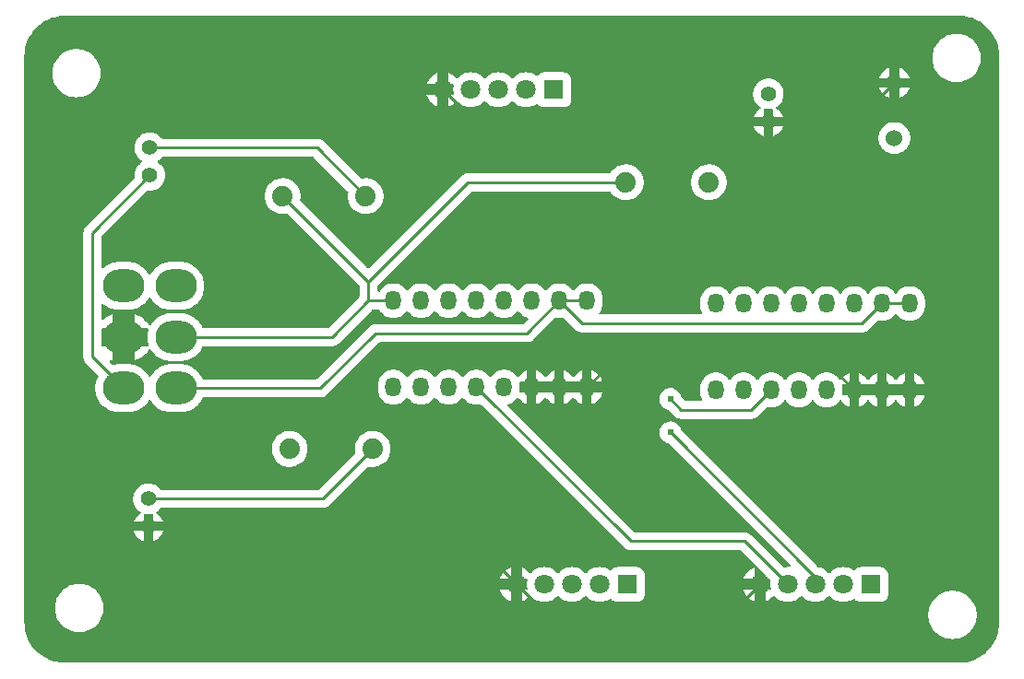
<source format=gtl>
G04 Layer: TopLayer*
G04 EasyEDA v6.5.42, 2024-06-14 15:22:09*
G04 c9938f0327494006b7a6d6c27fb59d3d,4a14f3a30ed8491299e35303af45cd9c,10*
G04 Gerber Generator version 0.2*
G04 Scale: 100 percent, Rotated: No, Reflected: No *
G04 Dimensions in millimeters *
G04 leading zeros omitted , absolute positions ,4 integer and 5 decimal *
%FSLAX45Y45*%
%MOMM*%

%ADD10C,0.2540*%
%ADD11C,1.4000*%
%ADD12C,1.8796*%
%ADD13C,1.8000*%
%ADD14R,1.8000X1.8000*%
%ADD15O,1.4400022X1.7999964*%
%ADD16O,3.81X2.999994*%
%ADD17C,1.5240*%
%ADD18C,0.6100*%
%ADD19C,0.0137*%

%LPD*%
G36*
X-5399735Y625906D02*
G01*
X-5425846Y626821D01*
X-5451246Y629462D01*
X-5476443Y633831D01*
X-5501233Y639876D01*
X-5525566Y647649D01*
X-5549341Y657047D01*
X-5572404Y668020D01*
X-5594654Y680567D01*
X-5615990Y694588D01*
X-5636310Y710031D01*
X-5655564Y726846D01*
X-5673598Y744931D01*
X-5690362Y764184D01*
X-5705805Y784555D01*
X-5719775Y805942D01*
X-5732272Y828192D01*
X-5743244Y851306D01*
X-5752592Y875080D01*
X-5760262Y899414D01*
X-5766308Y924255D01*
X-5770626Y949401D01*
X-5773216Y974801D01*
X-5774080Y1000607D01*
X-5774080Y6199378D01*
X-5773166Y6225844D01*
X-5770524Y6251244D01*
X-5766155Y6276441D01*
X-5760110Y6301232D01*
X-5752338Y6325565D01*
X-5742940Y6349339D01*
X-5731967Y6372402D01*
X-5719419Y6394653D01*
X-5705398Y6415989D01*
X-5689955Y6436309D01*
X-5673140Y6455562D01*
X-5655056Y6473596D01*
X-5635802Y6490360D01*
X-5615432Y6505803D01*
X-5594045Y6519773D01*
X-5571794Y6532270D01*
X-5548680Y6543243D01*
X-5524906Y6552590D01*
X-5500573Y6560261D01*
X-5475732Y6566306D01*
X-5450586Y6570624D01*
X-5425186Y6573215D01*
X-5399379Y6574078D01*
X2799384Y6574078D01*
X2825851Y6573164D01*
X2851251Y6570522D01*
X2876448Y6566153D01*
X2901238Y6560108D01*
X2925572Y6552336D01*
X2949346Y6542938D01*
X2972409Y6531965D01*
X2994660Y6519418D01*
X3015996Y6505397D01*
X3036316Y6489954D01*
X3055569Y6473139D01*
X3073603Y6455054D01*
X3090367Y6435801D01*
X3105810Y6415430D01*
X3119780Y6394043D01*
X3132277Y6371793D01*
X3143250Y6348679D01*
X3152597Y6324904D01*
X3160268Y6300571D01*
X3166313Y6275730D01*
X3170631Y6250584D01*
X3173222Y6225184D01*
X3174085Y6199378D01*
X3174085Y1000607D01*
X3173171Y974140D01*
X3170529Y948740D01*
X3166160Y923544D01*
X3160115Y898753D01*
X3152343Y874420D01*
X3142945Y850646D01*
X3131972Y827582D01*
X3119424Y805332D01*
X3105404Y783996D01*
X3089960Y763676D01*
X3073146Y744423D01*
X3055061Y726389D01*
X3035808Y709625D01*
X3015437Y694182D01*
X2994050Y680212D01*
X2971800Y667715D01*
X2948686Y656742D01*
X2924911Y647395D01*
X2900578Y639724D01*
X2875737Y633679D01*
X2850591Y629361D01*
X2825191Y626770D01*
X2799384Y625906D01*
G37*

%LPC*%
G36*
X2743200Y844702D02*
G01*
X2763672Y845667D01*
X2783992Y848461D01*
X2803956Y853186D01*
X2823413Y859688D01*
X2842209Y867968D01*
X2860141Y877976D01*
X2877058Y889558D01*
X2892806Y902665D01*
X2907334Y917194D01*
X2920441Y932942D01*
X2932023Y949858D01*
X2942031Y967790D01*
X2950311Y986586D01*
X2956814Y1006043D01*
X2961538Y1026007D01*
X2964332Y1046327D01*
X2965297Y1066800D01*
X2964332Y1087272D01*
X2961538Y1107592D01*
X2956814Y1127556D01*
X2950311Y1147013D01*
X2942031Y1165809D01*
X2932023Y1183741D01*
X2920441Y1200658D01*
X2907334Y1216406D01*
X2892806Y1230934D01*
X2877058Y1244041D01*
X2860141Y1255623D01*
X2842209Y1265631D01*
X2823413Y1273911D01*
X2803956Y1280414D01*
X2783992Y1285138D01*
X2763672Y1287932D01*
X2743200Y1288897D01*
X2722727Y1287932D01*
X2702407Y1285138D01*
X2682443Y1280414D01*
X2662986Y1273911D01*
X2644190Y1265631D01*
X2626258Y1255623D01*
X2609342Y1244041D01*
X2593594Y1230934D01*
X2579065Y1216406D01*
X2565958Y1200658D01*
X2554376Y1183741D01*
X2544368Y1165809D01*
X2536088Y1147013D01*
X2529586Y1127556D01*
X2524861Y1107592D01*
X2522067Y1087272D01*
X2521102Y1066800D01*
X2522067Y1046327D01*
X2524861Y1026007D01*
X2529586Y1006043D01*
X2536088Y986586D01*
X2544368Y967790D01*
X2554376Y949858D01*
X2565958Y932942D01*
X2579065Y917194D01*
X2593594Y902665D01*
X2609342Y889558D01*
X2626258Y877976D01*
X2644190Y867968D01*
X2662986Y859688D01*
X2682443Y853186D01*
X2702407Y848461D01*
X2722727Y845667D01*
G37*
G36*
X-5270500Y908202D02*
G01*
X-5250027Y909167D01*
X-5229707Y911961D01*
X-5209743Y916686D01*
X-5190286Y923188D01*
X-5171490Y931468D01*
X-5153558Y941476D01*
X-5136642Y953058D01*
X-5120894Y966165D01*
X-5106365Y980694D01*
X-5093258Y996442D01*
X-5081676Y1013358D01*
X-5071668Y1031290D01*
X-5063388Y1050086D01*
X-5056886Y1069543D01*
X-5052161Y1089507D01*
X-5049367Y1109827D01*
X-5048402Y1130300D01*
X-5049367Y1150772D01*
X-5052161Y1171092D01*
X-5056886Y1191056D01*
X-5063388Y1210513D01*
X-5071668Y1229309D01*
X-5081676Y1247241D01*
X-5093258Y1264158D01*
X-5106365Y1279906D01*
X-5120894Y1294434D01*
X-5136642Y1307541D01*
X-5153558Y1319123D01*
X-5171490Y1329131D01*
X-5190286Y1337411D01*
X-5209743Y1343914D01*
X-5229707Y1348638D01*
X-5250027Y1351432D01*
X-5270500Y1352397D01*
X-5290972Y1351432D01*
X-5311292Y1348638D01*
X-5331256Y1343914D01*
X-5350713Y1337411D01*
X-5369509Y1329131D01*
X-5387441Y1319123D01*
X-5404358Y1307541D01*
X-5420106Y1294434D01*
X-5434634Y1279906D01*
X-5447741Y1264158D01*
X-5459323Y1247241D01*
X-5469331Y1229309D01*
X-5477611Y1210513D01*
X-5484114Y1191056D01*
X-5488838Y1171092D01*
X-5491632Y1150772D01*
X-5492597Y1130300D01*
X-5491632Y1109827D01*
X-5488838Y1089507D01*
X-5484114Y1069543D01*
X-5477611Y1050086D01*
X-5469331Y1031290D01*
X-5459323Y1013358D01*
X-5447741Y996442D01*
X-5434634Y980694D01*
X-5420106Y966165D01*
X-5404358Y953058D01*
X-5387441Y941476D01*
X-5369509Y931468D01*
X-5350713Y923188D01*
X-5331256Y916686D01*
X-5311292Y911961D01*
X-5290972Y909167D01*
G37*
G36*
X-330911Y1185672D02*
G01*
X-151688Y1185672D01*
X-140258Y1186586D01*
X-129539Y1189177D01*
X-119329Y1193393D01*
X-109880Y1199184D01*
X-101447Y1206347D01*
X-94284Y1214780D01*
X-88493Y1224229D01*
X-84277Y1234440D01*
X-81686Y1245158D01*
X-80772Y1256588D01*
X-80772Y1435811D01*
X-81686Y1447241D01*
X-84277Y1457960D01*
X-88493Y1468170D01*
X-94284Y1477619D01*
X-101447Y1486052D01*
X-109880Y1493215D01*
X-119329Y1499006D01*
X-129539Y1503222D01*
X-140258Y1505813D01*
X-151688Y1506728D01*
X-330911Y1506728D01*
X-342341Y1505813D01*
X-353060Y1503222D01*
X-363270Y1499006D01*
X-372719Y1493215D01*
X-381152Y1486052D01*
X-388010Y1477975D01*
X-390855Y1475689D01*
X-394360Y1474520D01*
X-398068Y1474673D01*
X-401421Y1476197D01*
X-412546Y1483715D01*
X-427888Y1491843D01*
X-444042Y1498295D01*
X-460806Y1502918D01*
X-477926Y1505762D01*
X-495300Y1506677D01*
X-512673Y1505762D01*
X-529793Y1502918D01*
X-546557Y1498295D01*
X-562711Y1491843D01*
X-578053Y1483715D01*
X-592429Y1473962D01*
X-605688Y1462735D01*
X-614934Y1452930D01*
X-618286Y1450594D01*
X-622300Y1449781D01*
X-626313Y1450594D01*
X-629666Y1452930D01*
X-638911Y1462735D01*
X-652170Y1473962D01*
X-666546Y1483715D01*
X-681888Y1491843D01*
X-698042Y1498295D01*
X-714806Y1502918D01*
X-731926Y1505762D01*
X-749300Y1506677D01*
X-766673Y1505762D01*
X-783793Y1502918D01*
X-800557Y1498295D01*
X-816711Y1491843D01*
X-832053Y1483715D01*
X-846429Y1473962D01*
X-859688Y1462735D01*
X-868934Y1452930D01*
X-872286Y1450594D01*
X-876300Y1449781D01*
X-880313Y1450594D01*
X-883666Y1452930D01*
X-892911Y1462735D01*
X-906170Y1473962D01*
X-920546Y1483715D01*
X-935888Y1491843D01*
X-952042Y1498295D01*
X-968806Y1502918D01*
X-985926Y1505762D01*
X-1003300Y1506677D01*
X-1020673Y1505762D01*
X-1037793Y1502918D01*
X-1054557Y1498295D01*
X-1070711Y1491843D01*
X-1086053Y1483715D01*
X-1100429Y1473962D01*
X-1113688Y1462735D01*
X-1122934Y1452930D01*
X-1126286Y1450594D01*
X-1130300Y1449781D01*
X-1134313Y1450594D01*
X-1137666Y1452930D01*
X-1146911Y1462735D01*
X-1160170Y1473962D01*
X-1174546Y1483715D01*
X-1189888Y1491843D01*
X-1205941Y1498244D01*
X-1205941Y1397558D01*
X-1168755Y1397558D01*
X-1164336Y1396542D01*
X-1160830Y1393748D01*
X-1158849Y1389684D01*
X-1158798Y1385214D01*
X-1161694Y1372158D01*
X-1163574Y1354886D01*
X-1163574Y1337513D01*
X-1161694Y1320241D01*
X-1158798Y1307185D01*
X-1158849Y1302715D01*
X-1160830Y1298651D01*
X-1164336Y1295857D01*
X-1168755Y1294841D01*
X-1205941Y1294841D01*
X-1205941Y1194155D01*
X-1189888Y1200556D01*
X-1174546Y1208684D01*
X-1160170Y1218438D01*
X-1146911Y1229664D01*
X-1137666Y1239469D01*
X-1134313Y1241806D01*
X-1130300Y1242618D01*
X-1126286Y1241806D01*
X-1122934Y1239469D01*
X-1113688Y1229664D01*
X-1100429Y1218438D01*
X-1086053Y1208684D01*
X-1070711Y1200556D01*
X-1054557Y1194104D01*
X-1037793Y1189482D01*
X-1020673Y1186637D01*
X-1003300Y1185722D01*
X-985926Y1186637D01*
X-968806Y1189482D01*
X-952042Y1194104D01*
X-935888Y1200556D01*
X-920546Y1208684D01*
X-906170Y1218438D01*
X-892911Y1229664D01*
X-883666Y1239469D01*
X-880313Y1241806D01*
X-876300Y1242618D01*
X-872286Y1241806D01*
X-868934Y1239469D01*
X-859688Y1229664D01*
X-846429Y1218438D01*
X-832053Y1208684D01*
X-816711Y1200556D01*
X-800557Y1194104D01*
X-783793Y1189482D01*
X-766673Y1186637D01*
X-749300Y1185722D01*
X-731926Y1186637D01*
X-714806Y1189482D01*
X-698042Y1194104D01*
X-681888Y1200556D01*
X-666546Y1208684D01*
X-652170Y1218438D01*
X-638911Y1229664D01*
X-629666Y1239469D01*
X-626313Y1241806D01*
X-622300Y1242618D01*
X-618286Y1241806D01*
X-614934Y1239469D01*
X-605688Y1229664D01*
X-592429Y1218438D01*
X-578053Y1208684D01*
X-562711Y1200556D01*
X-546557Y1194104D01*
X-529793Y1189482D01*
X-512673Y1186637D01*
X-495300Y1185722D01*
X-477926Y1186637D01*
X-460806Y1189482D01*
X-444042Y1194104D01*
X-427888Y1200556D01*
X-412546Y1208684D01*
X-401421Y1216202D01*
X-398068Y1217726D01*
X-394360Y1217879D01*
X-390855Y1216710D01*
X-388010Y1214424D01*
X-381152Y1206347D01*
X-372719Y1199184D01*
X-363270Y1193393D01*
X-353060Y1189177D01*
X-342341Y1186586D01*
G37*
G36*
X1904288Y1185672D02*
G01*
X2083511Y1185672D01*
X2094941Y1186586D01*
X2105660Y1189177D01*
X2115870Y1193393D01*
X2125319Y1199184D01*
X2133752Y1206347D01*
X2140915Y1214780D01*
X2146706Y1224229D01*
X2150922Y1234440D01*
X2153513Y1245158D01*
X2154428Y1256588D01*
X2154428Y1435811D01*
X2153513Y1447241D01*
X2150922Y1457960D01*
X2146706Y1468170D01*
X2140915Y1477619D01*
X2133752Y1486052D01*
X2125319Y1493215D01*
X2115870Y1499006D01*
X2105660Y1503222D01*
X2094941Y1505813D01*
X2083511Y1506728D01*
X1904288Y1506728D01*
X1892858Y1505813D01*
X1882139Y1503222D01*
X1871929Y1499006D01*
X1862480Y1493215D01*
X1854047Y1486052D01*
X1847189Y1477975D01*
X1844344Y1475689D01*
X1840839Y1474520D01*
X1837131Y1474673D01*
X1833778Y1476197D01*
X1822653Y1483715D01*
X1807311Y1491843D01*
X1791157Y1498295D01*
X1774393Y1502918D01*
X1757273Y1505762D01*
X1739900Y1506677D01*
X1722526Y1505762D01*
X1705406Y1502918D01*
X1688642Y1498295D01*
X1672488Y1491843D01*
X1657146Y1483715D01*
X1642770Y1473962D01*
X1629511Y1462735D01*
X1620266Y1452930D01*
X1616913Y1450594D01*
X1612900Y1449781D01*
X1608886Y1450594D01*
X1605534Y1452930D01*
X1596288Y1462735D01*
X1583029Y1473962D01*
X1568653Y1483715D01*
X1553311Y1491843D01*
X1537157Y1498295D01*
X1520393Y1502918D01*
X1513332Y1504086D01*
X1510334Y1505102D01*
X1507794Y1506931D01*
X255016Y2759710D01*
X253238Y2762097D01*
X252221Y2764840D01*
X251206Y2769920D01*
X246786Y2782671D01*
X240690Y2794711D01*
X233070Y2805785D01*
X224028Y2815793D01*
X213715Y2824530D01*
X202336Y2831795D01*
X190144Y2837484D01*
X177241Y2841447D01*
X163931Y2843682D01*
X150469Y2844139D01*
X137007Y2842818D01*
X123901Y2839669D01*
X111302Y2834843D01*
X99466Y2828340D01*
X88646Y2820365D01*
X78943Y2810967D01*
X70561Y2800400D01*
X63703Y2788767D01*
X58419Y2776372D01*
X54864Y2763316D01*
X53086Y2749956D01*
X53086Y2736494D01*
X54864Y2723134D01*
X58419Y2710078D01*
X63703Y2697683D01*
X70561Y2686050D01*
X78943Y2675483D01*
X88646Y2666085D01*
X99466Y2658110D01*
X111302Y2651607D01*
X123901Y2646781D01*
X132537Y2644698D01*
X135128Y2643682D01*
X137363Y2642006D01*
X1256233Y1523136D01*
X1258468Y1519732D01*
X1259230Y1515770D01*
X1258366Y1511808D01*
X1255979Y1508506D01*
X1252524Y1506372D01*
X1248511Y1505813D01*
X1231900Y1506677D01*
X1214526Y1505762D01*
X1198626Y1503121D01*
X1195425Y1503121D01*
X1192377Y1504086D01*
X1189786Y1505966D01*
X893622Y1802130D01*
X889152Y1806295D01*
X884529Y1810054D01*
X879652Y1813407D01*
X874521Y1816455D01*
X869238Y1819097D01*
X863752Y1821383D01*
X858113Y1823262D01*
X852373Y1824736D01*
X846531Y1825802D01*
X840587Y1826412D01*
X834491Y1826615D01*
X-171348Y1826615D01*
X-175260Y1827428D01*
X-178562Y1829612D01*
X-1336344Y2987395D01*
X-1338630Y2990900D01*
X-1339291Y2995066D01*
X-1338275Y2999130D01*
X-1335684Y3002381D01*
X-1331976Y3004362D01*
X-1324559Y3006496D01*
X-1309776Y3012643D01*
X-1295806Y3020364D01*
X-1282750Y3029610D01*
X-1270863Y3040227D01*
X-1260195Y3052165D01*
X-1252880Y3062478D01*
X-1250086Y3065119D01*
X-1246530Y3066542D01*
X-1242669Y3066542D01*
X-1239113Y3065119D01*
X-1236319Y3062478D01*
X-1229004Y3052165D01*
X-1218336Y3040227D01*
X-1206449Y3029610D01*
X-1193393Y3020364D01*
X-1179423Y3012643D01*
X-1164640Y3006496D01*
X-1159967Y3005124D01*
X-1159967Y3107639D01*
X-1220927Y3107639D01*
X-1225194Y3108604D01*
X-1228699Y3111246D01*
X-1230731Y3115157D01*
X-1230934Y3119526D01*
X-1230020Y3125063D01*
X-1229106Y3141268D01*
X-1229106Y3176727D01*
X-1230020Y3192932D01*
X-1230934Y3198469D01*
X-1230731Y3202889D01*
X-1228699Y3206750D01*
X-1225194Y3209391D01*
X-1220927Y3210356D01*
X-1159967Y3210356D01*
X-1159967Y3312871D01*
X-1164640Y3311499D01*
X-1179423Y3305403D01*
X-1193393Y3297631D01*
X-1206449Y3288385D01*
X-1218336Y3277768D01*
X-1229004Y3265830D01*
X-1236319Y3255517D01*
X-1239113Y3252876D01*
X-1242669Y3251453D01*
X-1246530Y3251453D01*
X-1250086Y3252876D01*
X-1252880Y3255517D01*
X-1260195Y3265830D01*
X-1270863Y3277768D01*
X-1282750Y3288385D01*
X-1295806Y3297631D01*
X-1309776Y3305403D01*
X-1324559Y3311499D01*
X-1339900Y3315919D01*
X-1355648Y3318611D01*
X-1371600Y3319475D01*
X-1387551Y3318611D01*
X-1403299Y3315919D01*
X-1418640Y3311499D01*
X-1433423Y3305403D01*
X-1447393Y3297631D01*
X-1460449Y3288385D01*
X-1472336Y3277768D01*
X-1483004Y3265830D01*
X-1490319Y3255517D01*
X-1493113Y3252876D01*
X-1496669Y3251453D01*
X-1500530Y3251453D01*
X-1504086Y3252876D01*
X-1506880Y3255517D01*
X-1514195Y3265830D01*
X-1524863Y3277768D01*
X-1536750Y3288385D01*
X-1549806Y3297631D01*
X-1563776Y3305403D01*
X-1578559Y3311499D01*
X-1593900Y3315919D01*
X-1609648Y3318611D01*
X-1625600Y3319475D01*
X-1641551Y3318611D01*
X-1657299Y3315919D01*
X-1672640Y3311499D01*
X-1687423Y3305403D01*
X-1701393Y3297631D01*
X-1714449Y3288385D01*
X-1726336Y3277768D01*
X-1737004Y3265830D01*
X-1744319Y3255517D01*
X-1747113Y3252876D01*
X-1750669Y3251453D01*
X-1754530Y3251453D01*
X-1758086Y3252876D01*
X-1760880Y3255517D01*
X-1768195Y3265830D01*
X-1778863Y3277768D01*
X-1790750Y3288385D01*
X-1803806Y3297631D01*
X-1817776Y3305403D01*
X-1832559Y3311499D01*
X-1847900Y3315919D01*
X-1863648Y3318611D01*
X-1879600Y3319475D01*
X-1895551Y3318611D01*
X-1911299Y3315919D01*
X-1926640Y3311499D01*
X-1941423Y3305403D01*
X-1955393Y3297631D01*
X-1968449Y3288385D01*
X-1980336Y3277768D01*
X-1991004Y3265830D01*
X-1998319Y3255517D01*
X-2001113Y3252876D01*
X-2004669Y3251453D01*
X-2008530Y3251453D01*
X-2012086Y3252876D01*
X-2014880Y3255517D01*
X-2022195Y3265830D01*
X-2032863Y3277768D01*
X-2044750Y3288385D01*
X-2057806Y3297631D01*
X-2071776Y3305403D01*
X-2086559Y3311499D01*
X-2101900Y3315919D01*
X-2117648Y3318611D01*
X-2133600Y3319475D01*
X-2149551Y3318611D01*
X-2165299Y3315919D01*
X-2180640Y3311499D01*
X-2195423Y3305403D01*
X-2209393Y3297631D01*
X-2222449Y3288385D01*
X-2234336Y3277768D01*
X-2245004Y3265830D01*
X-2252319Y3255517D01*
X-2255113Y3252876D01*
X-2258669Y3251453D01*
X-2262530Y3251453D01*
X-2266086Y3252876D01*
X-2268880Y3255517D01*
X-2276195Y3265830D01*
X-2286863Y3277768D01*
X-2298750Y3288385D01*
X-2311806Y3297631D01*
X-2325776Y3305403D01*
X-2340559Y3311499D01*
X-2355900Y3315919D01*
X-2371648Y3318611D01*
X-2387600Y3319475D01*
X-2403551Y3318611D01*
X-2419299Y3315919D01*
X-2434640Y3311499D01*
X-2449423Y3305403D01*
X-2463393Y3297631D01*
X-2476449Y3288385D01*
X-2488336Y3277768D01*
X-2499004Y3265830D01*
X-2508250Y3252825D01*
X-2515971Y3238804D01*
X-2522118Y3224072D01*
X-2526538Y3208731D01*
X-2529179Y3192932D01*
X-2530094Y3176727D01*
X-2530094Y3141268D01*
X-2529179Y3125063D01*
X-2526538Y3109315D01*
X-2522118Y3093923D01*
X-2515971Y3079191D01*
X-2508250Y3065170D01*
X-2499004Y3052165D01*
X-2488336Y3040227D01*
X-2476449Y3029610D01*
X-2463393Y3020364D01*
X-2449423Y3012643D01*
X-2434640Y3006496D01*
X-2419299Y3002076D01*
X-2403551Y2999384D01*
X-2387600Y2998520D01*
X-2371648Y2999384D01*
X-2355900Y3002076D01*
X-2340559Y3006496D01*
X-2325776Y3012643D01*
X-2311806Y3020364D01*
X-2298750Y3029610D01*
X-2286863Y3040227D01*
X-2276195Y3052165D01*
X-2268880Y3062478D01*
X-2266086Y3065119D01*
X-2262530Y3066542D01*
X-2258669Y3066542D01*
X-2255113Y3065119D01*
X-2252319Y3062478D01*
X-2245004Y3052165D01*
X-2234336Y3040227D01*
X-2222449Y3029610D01*
X-2209393Y3020364D01*
X-2195423Y3012643D01*
X-2180640Y3006496D01*
X-2165299Y3002076D01*
X-2149551Y2999384D01*
X-2133600Y2998520D01*
X-2117648Y2999384D01*
X-2101900Y3002076D01*
X-2086559Y3006496D01*
X-2071776Y3012643D01*
X-2057806Y3020364D01*
X-2044750Y3029610D01*
X-2032863Y3040227D01*
X-2022195Y3052165D01*
X-2014880Y3062478D01*
X-2012086Y3065119D01*
X-2008530Y3066542D01*
X-2004669Y3066542D01*
X-2001113Y3065119D01*
X-1998319Y3062478D01*
X-1991004Y3052165D01*
X-1980336Y3040227D01*
X-1968449Y3029610D01*
X-1955393Y3020364D01*
X-1941423Y3012643D01*
X-1926640Y3006496D01*
X-1911299Y3002076D01*
X-1895551Y2999384D01*
X-1879600Y2998520D01*
X-1863648Y2999384D01*
X-1847900Y3002076D01*
X-1832559Y3006496D01*
X-1817776Y3012643D01*
X-1803806Y3020364D01*
X-1790750Y3029610D01*
X-1778863Y3040227D01*
X-1768195Y3052165D01*
X-1760880Y3062478D01*
X-1758086Y3065119D01*
X-1754530Y3066542D01*
X-1750669Y3066542D01*
X-1747113Y3065119D01*
X-1744319Y3062478D01*
X-1737004Y3052165D01*
X-1726336Y3040227D01*
X-1714449Y3029610D01*
X-1701393Y3020364D01*
X-1687423Y3012643D01*
X-1672640Y3006496D01*
X-1657299Y3002076D01*
X-1641551Y2999384D01*
X-1625600Y2998520D01*
X-1609648Y2999384D01*
X-1592732Y3002330D01*
X-1589481Y3002381D01*
X-1586433Y3001416D01*
X-1583791Y2999536D01*
X-268986Y1684731D01*
X-264515Y1680565D01*
X-259892Y1676806D01*
X-255016Y1673453D01*
X-249885Y1670405D01*
X-244602Y1667764D01*
X-239115Y1665478D01*
X-233476Y1663598D01*
X-227736Y1662125D01*
X-221894Y1661058D01*
X-215950Y1660448D01*
X-209854Y1660245D01*
X795985Y1660245D01*
X799896Y1659432D01*
X803198Y1657248D01*
X1026261Y1434134D01*
X1028496Y1430883D01*
X1029258Y1426972D01*
X1029258Y1397558D01*
X1058672Y1397558D01*
X1062583Y1396796D01*
X1065834Y1394561D01*
X1072235Y1388160D01*
X1074216Y1385417D01*
X1075131Y1382166D01*
X1074978Y1378813D01*
X1073505Y1372158D01*
X1071626Y1354886D01*
X1071626Y1337513D01*
X1073505Y1320241D01*
X1076401Y1307185D01*
X1076350Y1302715D01*
X1074369Y1298651D01*
X1070864Y1295857D01*
X1066444Y1294841D01*
X1029258Y1294841D01*
X1029258Y1194155D01*
X1045311Y1200556D01*
X1060653Y1208684D01*
X1075029Y1218438D01*
X1088288Y1229664D01*
X1097534Y1239469D01*
X1100886Y1241806D01*
X1104900Y1242618D01*
X1108913Y1241806D01*
X1112266Y1239469D01*
X1121511Y1229664D01*
X1134770Y1218438D01*
X1149146Y1208684D01*
X1164488Y1200556D01*
X1180642Y1194104D01*
X1197406Y1189482D01*
X1214526Y1186637D01*
X1231900Y1185722D01*
X1249273Y1186637D01*
X1266393Y1189482D01*
X1283157Y1194104D01*
X1299311Y1200556D01*
X1314653Y1208684D01*
X1329029Y1218438D01*
X1342288Y1229664D01*
X1351534Y1239469D01*
X1354886Y1241806D01*
X1358900Y1242618D01*
X1362913Y1241806D01*
X1366266Y1239469D01*
X1375511Y1229664D01*
X1388770Y1218438D01*
X1403146Y1208684D01*
X1418488Y1200556D01*
X1434642Y1194104D01*
X1451406Y1189482D01*
X1468526Y1186637D01*
X1485900Y1185722D01*
X1503273Y1186637D01*
X1520393Y1189482D01*
X1537157Y1194104D01*
X1553311Y1200556D01*
X1568653Y1208684D01*
X1583029Y1218438D01*
X1596288Y1229664D01*
X1605534Y1239469D01*
X1608886Y1241806D01*
X1612900Y1242618D01*
X1616913Y1241806D01*
X1620266Y1239469D01*
X1629511Y1229664D01*
X1642770Y1218438D01*
X1657146Y1208684D01*
X1672488Y1200556D01*
X1688642Y1194104D01*
X1705406Y1189482D01*
X1722526Y1186637D01*
X1739900Y1185722D01*
X1757273Y1186637D01*
X1774393Y1189482D01*
X1791157Y1194104D01*
X1807311Y1200556D01*
X1822653Y1208684D01*
X1833778Y1216202D01*
X1837131Y1217726D01*
X1840839Y1217879D01*
X1844344Y1216710D01*
X1847189Y1214424D01*
X1854047Y1206347D01*
X1862480Y1199184D01*
X1871929Y1193393D01*
X1882139Y1189177D01*
X1892858Y1186586D01*
G37*
G36*
X926541Y1194155D02*
G01*
X926541Y1294841D01*
X826109Y1294841D01*
X828802Y1286814D01*
X836117Y1271016D01*
X845058Y1256131D01*
X855573Y1242314D01*
X867511Y1229664D01*
X880770Y1218438D01*
X895146Y1208684D01*
X910488Y1200556D01*
G37*
G36*
X-1308658Y1194155D02*
G01*
X-1308658Y1294841D01*
X-1409090Y1294841D01*
X-1406398Y1286814D01*
X-1399082Y1271016D01*
X-1390142Y1256131D01*
X-1379626Y1242314D01*
X-1367688Y1229664D01*
X-1354429Y1218438D01*
X-1340053Y1208684D01*
X-1324711Y1200556D01*
G37*
G36*
X-1409090Y1397558D02*
G01*
X-1308658Y1397558D01*
X-1308658Y1498244D01*
X-1324711Y1491843D01*
X-1340053Y1483715D01*
X-1354429Y1473962D01*
X-1367688Y1462735D01*
X-1379626Y1450086D01*
X-1390142Y1436268D01*
X-1399082Y1421384D01*
X-1406398Y1405585D01*
G37*
G36*
X826109Y1397558D02*
G01*
X926541Y1397558D01*
X926541Y1498244D01*
X910488Y1491843D01*
X895146Y1483715D01*
X880770Y1473962D01*
X867511Y1462735D01*
X855573Y1450086D01*
X845058Y1436268D01*
X836117Y1421384D01*
X828802Y1405585D01*
G37*
G36*
X-4594148Y1745437D02*
G01*
X-4580788Y1750212D01*
X-4566412Y1757273D01*
X-4552899Y1765960D01*
X-4540504Y1776069D01*
X-4529328Y1787601D01*
X-4519523Y1800301D01*
X-4511243Y1814017D01*
X-4504588Y1828647D01*
X-4501438Y1838248D01*
X-4594148Y1838248D01*
G37*
G36*
X-4676851Y1745437D02*
G01*
X-4676851Y1838248D01*
X-4769561Y1838248D01*
X-4766411Y1828647D01*
X-4759756Y1814017D01*
X-4751476Y1800301D01*
X-4741672Y1787601D01*
X-4730496Y1776069D01*
X-4718100Y1765960D01*
X-4704588Y1757273D01*
X-4690211Y1750212D01*
G37*
G36*
X-4769662Y1920951D02*
G01*
X-4676851Y1920951D01*
X-4676851Y1986432D01*
X-4676190Y1989988D01*
X-4674311Y1993138D01*
X-4671466Y1995373D01*
X-4668012Y1996490D01*
X-4664405Y1996338D01*
X-4659477Y1995170D01*
X-4643526Y1993341D01*
X-4627473Y1993341D01*
X-4611522Y1995170D01*
X-4606594Y1996338D01*
X-4602988Y1996490D01*
X-4599533Y1995373D01*
X-4596688Y1993138D01*
X-4594809Y1989988D01*
X-4594148Y1986432D01*
X-4594148Y1920951D01*
X-4501337Y1920951D01*
X-4501896Y1923034D01*
X-4507687Y1937969D01*
X-4515205Y1952142D01*
X-4524248Y1965401D01*
X-4534763Y1977491D01*
X-4546549Y1988362D01*
X-4559706Y1997862D01*
X-4562805Y2000605D01*
X-4564583Y2004364D01*
X-4564684Y2008530D01*
X-4563160Y2012340D01*
X-4560214Y2015286D01*
X-4552899Y2019960D01*
X-4540504Y2030069D01*
X-4529328Y2041601D01*
X-4525568Y2046427D01*
X-4523384Y2048560D01*
X-4520590Y2049932D01*
X-4517542Y2050389D01*
X-3035503Y2050389D01*
X-3029356Y2050592D01*
X-3023463Y2051253D01*
X-3017621Y2052320D01*
X-3011881Y2053793D01*
X-3006242Y2055622D01*
X-3000756Y2057907D01*
X-2995422Y2060600D01*
X-2990291Y2063597D01*
X-2985414Y2067001D01*
X-2980791Y2070709D01*
X-2976321Y2074875D01*
X-2623515Y2427732D01*
X-2620822Y2429611D01*
X-2617724Y2430576D01*
X-2614422Y2430526D01*
X-2599944Y2427782D01*
X-2582468Y2426360D01*
X-2564993Y2426868D01*
X-2547620Y2429154D01*
X-2530602Y2433320D01*
X-2514142Y2439263D01*
X-2498394Y2446934D01*
X-2483561Y2456230D01*
X-2469794Y2467000D01*
X-2457246Y2479243D01*
X-2446070Y2492705D01*
X-2436418Y2507284D01*
X-2428341Y2522829D01*
X-2421940Y2539136D01*
X-2417318Y2556052D01*
X-2414574Y2573324D01*
X-2413609Y2590800D01*
X-2414574Y2608275D01*
X-2417318Y2625547D01*
X-2421940Y2642463D01*
X-2428341Y2658770D01*
X-2436418Y2674315D01*
X-2446070Y2688894D01*
X-2457246Y2702356D01*
X-2469794Y2714599D01*
X-2483561Y2725369D01*
X-2498394Y2734665D01*
X-2514142Y2742336D01*
X-2530602Y2748280D01*
X-2547620Y2752445D01*
X-2564993Y2754731D01*
X-2582468Y2755239D01*
X-2599944Y2753817D01*
X-2617114Y2750566D01*
X-2633878Y2745536D01*
X-2650032Y2738729D01*
X-2665323Y2730246D01*
X-2679649Y2720187D01*
X-2692857Y2708656D01*
X-2704693Y2695752D01*
X-2715158Y2681732D01*
X-2724048Y2666644D01*
X-2731262Y2650693D01*
X-2736799Y2634081D01*
X-2740456Y2616962D01*
X-2742336Y2599537D01*
X-2742336Y2582062D01*
X-2740456Y2564638D01*
X-2738374Y2554782D01*
X-2738170Y2551430D01*
X-2739136Y2548229D01*
X-2741117Y2545486D01*
X-3066796Y2219807D01*
X-3070098Y2217572D01*
X-3073958Y2216810D01*
X-4517390Y2216810D01*
X-4521606Y2217724D01*
X-4525060Y2220315D01*
X-4534763Y2231491D01*
X-4546549Y2242362D01*
X-4559554Y2251811D01*
X-4573524Y2259685D01*
X-4588306Y2265934D01*
X-4603699Y2270455D01*
X-4619498Y2273198D01*
X-4635500Y2274112D01*
X-4651502Y2273198D01*
X-4667300Y2270455D01*
X-4682693Y2265934D01*
X-4697476Y2259685D01*
X-4711446Y2251811D01*
X-4724450Y2242362D01*
X-4736236Y2231491D01*
X-4746752Y2219401D01*
X-4755794Y2206142D01*
X-4763312Y2191969D01*
X-4769104Y2177034D01*
X-4773168Y2161489D01*
X-4775454Y2145639D01*
X-4775911Y2129586D01*
X-4774539Y2113584D01*
X-4771390Y2097887D01*
X-4766411Y2082647D01*
X-4759756Y2068017D01*
X-4751476Y2054301D01*
X-4741672Y2041601D01*
X-4730496Y2030069D01*
X-4718100Y2019960D01*
X-4710785Y2015286D01*
X-4707839Y2012340D01*
X-4706315Y2008530D01*
X-4706416Y2004364D01*
X-4708194Y2000605D01*
X-4711446Y1997811D01*
X-4724450Y1988362D01*
X-4736236Y1977491D01*
X-4746752Y1965401D01*
X-4755794Y1952142D01*
X-4763312Y1937969D01*
X-4769104Y1923034D01*
G37*
G36*
X-3344468Y2426360D02*
G01*
X-3326993Y2426868D01*
X-3309620Y2429154D01*
X-3292601Y2433320D01*
X-3276142Y2439263D01*
X-3260394Y2446934D01*
X-3245561Y2456230D01*
X-3231794Y2467000D01*
X-3219246Y2479243D01*
X-3208070Y2492705D01*
X-3198418Y2507284D01*
X-3190341Y2522829D01*
X-3183940Y2539136D01*
X-3179318Y2556052D01*
X-3176574Y2573324D01*
X-3175609Y2590800D01*
X-3176574Y2608275D01*
X-3179318Y2625547D01*
X-3183940Y2642463D01*
X-3190341Y2658770D01*
X-3198418Y2674315D01*
X-3208070Y2688894D01*
X-3219246Y2702356D01*
X-3231794Y2714599D01*
X-3245561Y2725369D01*
X-3260394Y2734665D01*
X-3276142Y2742336D01*
X-3292601Y2748280D01*
X-3309620Y2752445D01*
X-3326993Y2754731D01*
X-3344468Y2755239D01*
X-3361944Y2753817D01*
X-3379114Y2750566D01*
X-3395878Y2745536D01*
X-3412032Y2738729D01*
X-3427323Y2730246D01*
X-3441649Y2720187D01*
X-3454857Y2708656D01*
X-3466693Y2695752D01*
X-3477158Y2681732D01*
X-3486048Y2666644D01*
X-3493262Y2650693D01*
X-3498799Y2634081D01*
X-3502456Y2616962D01*
X-3504336Y2599537D01*
X-3504336Y2582062D01*
X-3502456Y2564638D01*
X-3498799Y2547518D01*
X-3493262Y2530906D01*
X-3486048Y2514955D01*
X-3477158Y2499868D01*
X-3466693Y2485847D01*
X-3454857Y2472944D01*
X-3441649Y2461412D01*
X-3427323Y2451354D01*
X-3412032Y2442870D01*
X-3395878Y2436063D01*
X-3379114Y2431034D01*
X-3361944Y2427782D01*
G37*
G36*
X252374Y2868574D02*
G01*
X897483Y2868574D01*
X903579Y2868777D01*
X909523Y2869387D01*
X915365Y2870454D01*
X921105Y2871927D01*
X926744Y2873806D01*
X932230Y2876092D01*
X937514Y2878734D01*
X942644Y2881782D01*
X947521Y2885135D01*
X952144Y2888894D01*
X956614Y2893060D01*
X1037691Y2974136D01*
X1040333Y2976016D01*
X1043381Y2976981D01*
X1046632Y2976930D01*
X1063548Y2973984D01*
X1079500Y2973120D01*
X1095451Y2973984D01*
X1111199Y2976676D01*
X1126540Y2981096D01*
X1141323Y2987243D01*
X1155293Y2994964D01*
X1168349Y3004210D01*
X1180236Y3014827D01*
X1190904Y3026765D01*
X1198219Y3037078D01*
X1201013Y3039719D01*
X1204569Y3041142D01*
X1208430Y3041142D01*
X1211986Y3039719D01*
X1214780Y3037078D01*
X1222095Y3026765D01*
X1232763Y3014827D01*
X1244650Y3004210D01*
X1257706Y2994964D01*
X1271676Y2987243D01*
X1286459Y2981096D01*
X1301800Y2976676D01*
X1317548Y2973984D01*
X1333500Y2973120D01*
X1349451Y2973984D01*
X1365199Y2976676D01*
X1380540Y2981096D01*
X1395323Y2987243D01*
X1409293Y2994964D01*
X1422349Y3004210D01*
X1434236Y3014827D01*
X1444904Y3026765D01*
X1452219Y3037078D01*
X1455013Y3039719D01*
X1458569Y3041142D01*
X1462430Y3041142D01*
X1465986Y3039719D01*
X1468780Y3037078D01*
X1476095Y3026765D01*
X1486763Y3014827D01*
X1498650Y3004210D01*
X1511706Y2994964D01*
X1525676Y2987243D01*
X1540459Y2981096D01*
X1555800Y2976676D01*
X1571548Y2973984D01*
X1587500Y2973120D01*
X1603451Y2973984D01*
X1619199Y2976676D01*
X1634540Y2981096D01*
X1649323Y2987243D01*
X1663293Y2994964D01*
X1676349Y3004210D01*
X1688236Y3014827D01*
X1698904Y3026765D01*
X1706219Y3037078D01*
X1709013Y3039719D01*
X1712569Y3041142D01*
X1716430Y3041142D01*
X1719986Y3039719D01*
X1722780Y3037078D01*
X1730095Y3026765D01*
X1740763Y3014827D01*
X1752650Y3004210D01*
X1765706Y2994964D01*
X1779676Y2987243D01*
X1794459Y2981096D01*
X1799132Y2979724D01*
X1799132Y3082239D01*
X1738172Y3082239D01*
X1733905Y3083204D01*
X1730400Y3085846D01*
X1728368Y3089757D01*
X1728165Y3094126D01*
X1729079Y3099663D01*
X1729993Y3115868D01*
X1729993Y3151327D01*
X1729079Y3167532D01*
X1728165Y3173069D01*
X1728368Y3177489D01*
X1730400Y3181350D01*
X1733905Y3183991D01*
X1738172Y3184956D01*
X1799132Y3184956D01*
X1799132Y3287471D01*
X1794459Y3286099D01*
X1779676Y3280003D01*
X1765706Y3272231D01*
X1752650Y3262985D01*
X1740763Y3252368D01*
X1730095Y3240430D01*
X1722780Y3230118D01*
X1719986Y3227476D01*
X1716430Y3226054D01*
X1712569Y3226054D01*
X1709013Y3227476D01*
X1706219Y3230118D01*
X1698904Y3240430D01*
X1688236Y3252368D01*
X1676349Y3262985D01*
X1663293Y3272231D01*
X1649323Y3280003D01*
X1634540Y3286099D01*
X1619199Y3290519D01*
X1603451Y3293211D01*
X1587500Y3294075D01*
X1571548Y3293211D01*
X1555800Y3290519D01*
X1540459Y3286099D01*
X1525676Y3280003D01*
X1511706Y3272231D01*
X1498650Y3262985D01*
X1486763Y3252368D01*
X1476095Y3240430D01*
X1468780Y3230118D01*
X1465986Y3227476D01*
X1462430Y3226054D01*
X1458569Y3226054D01*
X1455013Y3227476D01*
X1452219Y3230118D01*
X1444904Y3240430D01*
X1434236Y3252368D01*
X1422349Y3262985D01*
X1409293Y3272231D01*
X1395323Y3280003D01*
X1380540Y3286099D01*
X1365199Y3290519D01*
X1349451Y3293211D01*
X1333500Y3294075D01*
X1317548Y3293211D01*
X1301800Y3290519D01*
X1286459Y3286099D01*
X1271676Y3280003D01*
X1257706Y3272231D01*
X1244650Y3262985D01*
X1232763Y3252368D01*
X1222095Y3240430D01*
X1214780Y3230118D01*
X1211986Y3227476D01*
X1208430Y3226054D01*
X1204569Y3226054D01*
X1201013Y3227476D01*
X1198219Y3230118D01*
X1190904Y3240430D01*
X1180236Y3252368D01*
X1168349Y3262985D01*
X1155293Y3272231D01*
X1141323Y3280003D01*
X1126540Y3286099D01*
X1111199Y3290519D01*
X1095451Y3293211D01*
X1079500Y3294075D01*
X1063548Y3293211D01*
X1047800Y3290519D01*
X1032459Y3286099D01*
X1017676Y3280003D01*
X1003706Y3272231D01*
X990650Y3262985D01*
X978763Y3252368D01*
X968095Y3240430D01*
X960780Y3230118D01*
X957986Y3227476D01*
X954430Y3226054D01*
X950569Y3226054D01*
X947013Y3227476D01*
X944219Y3230118D01*
X936904Y3240430D01*
X926236Y3252368D01*
X914349Y3262985D01*
X901293Y3272231D01*
X887323Y3280003D01*
X872540Y3286099D01*
X857199Y3290519D01*
X841451Y3293211D01*
X825500Y3294075D01*
X809548Y3293211D01*
X793800Y3290519D01*
X778459Y3286099D01*
X763676Y3280003D01*
X749706Y3272231D01*
X736650Y3262985D01*
X724763Y3252368D01*
X714095Y3240430D01*
X706780Y3230118D01*
X703986Y3227476D01*
X700430Y3226054D01*
X696569Y3226054D01*
X693013Y3227476D01*
X690219Y3230118D01*
X682904Y3240430D01*
X672236Y3252368D01*
X660349Y3262985D01*
X647293Y3272231D01*
X633323Y3280003D01*
X618540Y3286099D01*
X603199Y3290519D01*
X587451Y3293211D01*
X571500Y3294075D01*
X555548Y3293211D01*
X539800Y3290519D01*
X524459Y3286099D01*
X509676Y3280003D01*
X495706Y3272231D01*
X482650Y3262985D01*
X470763Y3252368D01*
X460095Y3240430D01*
X450850Y3227425D01*
X443128Y3213404D01*
X436981Y3198672D01*
X432562Y3183331D01*
X429920Y3167532D01*
X429006Y3151327D01*
X429006Y3115868D01*
X429920Y3099663D01*
X432562Y3083915D01*
X436981Y3068523D01*
X443128Y3053791D01*
X445160Y3050032D01*
X446430Y3046018D01*
X445922Y3041904D01*
X443788Y3038297D01*
X440385Y3035808D01*
X436270Y3034944D01*
X290880Y3034944D01*
X286969Y3035757D01*
X283667Y3037941D01*
X255016Y3066592D01*
X253238Y3068980D01*
X252221Y3071774D01*
X251206Y3076803D01*
X246786Y3089554D01*
X240690Y3101594D01*
X233070Y3112719D01*
X224028Y3122726D01*
X213715Y3131413D01*
X202336Y3138678D01*
X190144Y3144367D01*
X177241Y3148380D01*
X163931Y3150616D01*
X150469Y3151073D01*
X137007Y3149701D01*
X123901Y3146602D01*
X111302Y3141726D01*
X99466Y3135274D01*
X88646Y3127248D01*
X78943Y3117850D01*
X70561Y3107283D01*
X63703Y3095701D01*
X58419Y3083255D01*
X54864Y3070250D01*
X53086Y3056890D01*
X53086Y3043377D01*
X54864Y3030016D01*
X58419Y3017012D01*
X63703Y3004566D01*
X70561Y2992983D01*
X78943Y2982417D01*
X88646Y2973019D01*
X99466Y2964992D01*
X111302Y2958541D01*
X123901Y2953664D01*
X132537Y2951632D01*
X135128Y2950616D01*
X137363Y2948940D01*
X193243Y2893060D01*
X197713Y2888894D01*
X202336Y2885135D01*
X207213Y2881782D01*
X212344Y2878734D01*
X217627Y2876092D01*
X223113Y2873806D01*
X228752Y2871927D01*
X234492Y2870454D01*
X240334Y2869387D01*
X246278Y2868777D01*
G37*
G36*
X-4424375Y2928874D02*
G01*
X-4343857Y2928874D01*
X-4323232Y2929839D01*
X-4303064Y2932633D01*
X-4283252Y2937306D01*
X-4263948Y2943809D01*
X-4245305Y2952038D01*
X-4227525Y2961944D01*
X-4210710Y2973425D01*
X-4195064Y2986430D01*
X-4180636Y3000857D01*
X-4167632Y3016504D01*
X-4156151Y3033318D01*
X-4146245Y3051098D01*
X-4142232Y3060141D01*
X-4139996Y3063341D01*
X-4136745Y3065424D01*
X-4132935Y3066186D01*
X-3056178Y3066186D01*
X-3050082Y3066389D01*
X-3044139Y3067050D01*
X-3038297Y3068116D01*
X-3032556Y3069590D01*
X-3026918Y3071418D01*
X-3021431Y3073704D01*
X-3016148Y3076397D01*
X-3011017Y3079394D01*
X-3006140Y3082798D01*
X-3001518Y3086506D01*
X-2997047Y3090672D01*
X-2518816Y3568903D01*
X-2515514Y3571087D01*
X-2511653Y3571900D01*
X-1161694Y3571900D01*
X-1155598Y3572103D01*
X-1149654Y3572713D01*
X-1143812Y3573779D01*
X-1138072Y3575253D01*
X-1132433Y3577132D01*
X-1126947Y3579418D01*
X-1121664Y3582060D01*
X-1116533Y3585108D01*
X-1111656Y3588461D01*
X-1107033Y3592220D01*
X-1102563Y3596386D01*
X-905408Y3793540D01*
X-902766Y3795420D01*
X-899718Y3796385D01*
X-896467Y3796334D01*
X-879551Y3793388D01*
X-863600Y3792524D01*
X-847648Y3793388D01*
X-830732Y3796334D01*
X-827481Y3796385D01*
X-824433Y3795420D01*
X-821791Y3793540D01*
X-715822Y3687572D01*
X-711352Y3683406D01*
X-706729Y3679647D01*
X-701852Y3676294D01*
X-696722Y3673246D01*
X-691438Y3670604D01*
X-685952Y3668318D01*
X-680313Y3666439D01*
X-674573Y3664965D01*
X-668731Y3663899D01*
X-662787Y3663289D01*
X-656691Y3663086D01*
X1913991Y3663086D01*
X1920087Y3663289D01*
X1926031Y3663899D01*
X1931873Y3664965D01*
X1937613Y3666439D01*
X1943252Y3668318D01*
X1948738Y3670604D01*
X1954022Y3673246D01*
X1959152Y3676294D01*
X1964029Y3679647D01*
X1968652Y3683406D01*
X1973122Y3687572D01*
X2053691Y3768140D01*
X2056333Y3770020D01*
X2059381Y3770985D01*
X2062632Y3770934D01*
X2079548Y3767988D01*
X2095500Y3767124D01*
X2111451Y3767988D01*
X2127199Y3770680D01*
X2142540Y3775100D01*
X2157323Y3781196D01*
X2171293Y3788968D01*
X2184349Y3798214D01*
X2196236Y3808831D01*
X2206904Y3820769D01*
X2214219Y3831082D01*
X2217013Y3833723D01*
X2220569Y3835146D01*
X2224430Y3835146D01*
X2227986Y3833723D01*
X2230780Y3831082D01*
X2238095Y3820769D01*
X2248763Y3808831D01*
X2260650Y3798214D01*
X2273706Y3788968D01*
X2287676Y3781196D01*
X2302459Y3775100D01*
X2317800Y3770680D01*
X2333548Y3767988D01*
X2349500Y3767124D01*
X2365451Y3767988D01*
X2381199Y3770680D01*
X2396540Y3775100D01*
X2411323Y3781196D01*
X2425293Y3788968D01*
X2438349Y3798214D01*
X2450236Y3808831D01*
X2460904Y3820769D01*
X2470150Y3833774D01*
X2477871Y3847795D01*
X2484018Y3862527D01*
X2488438Y3877868D01*
X2491079Y3893667D01*
X2491994Y3909872D01*
X2491994Y3945331D01*
X2491079Y3961536D01*
X2488438Y3977284D01*
X2484018Y3992676D01*
X2477871Y4007408D01*
X2470150Y4021429D01*
X2460904Y4034434D01*
X2450236Y4046372D01*
X2438349Y4056989D01*
X2425293Y4066235D01*
X2411323Y4073956D01*
X2396540Y4080103D01*
X2381199Y4084523D01*
X2365451Y4087215D01*
X2349500Y4088079D01*
X2333548Y4087215D01*
X2317800Y4084523D01*
X2302459Y4080103D01*
X2287676Y4073956D01*
X2273706Y4066235D01*
X2260650Y4056989D01*
X2248763Y4046372D01*
X2238095Y4034434D01*
X2230780Y4024122D01*
X2227986Y4021480D01*
X2224430Y4020058D01*
X2220569Y4020058D01*
X2217013Y4021480D01*
X2214219Y4024122D01*
X2206904Y4034434D01*
X2196236Y4046372D01*
X2184349Y4056989D01*
X2171293Y4066235D01*
X2157323Y4073956D01*
X2142540Y4080103D01*
X2127199Y4084523D01*
X2111451Y4087215D01*
X2095500Y4088079D01*
X2079548Y4087215D01*
X2063800Y4084523D01*
X2048459Y4080103D01*
X2033676Y4073956D01*
X2019706Y4066235D01*
X2006650Y4056989D01*
X1994763Y4046372D01*
X1984095Y4034434D01*
X1976780Y4024122D01*
X1973986Y4021480D01*
X1970430Y4020058D01*
X1966569Y4020058D01*
X1963013Y4021480D01*
X1960219Y4024122D01*
X1952904Y4034434D01*
X1942236Y4046372D01*
X1930349Y4056989D01*
X1917293Y4066235D01*
X1903323Y4073956D01*
X1888540Y4080103D01*
X1873199Y4084523D01*
X1857451Y4087215D01*
X1841500Y4088079D01*
X1825548Y4087215D01*
X1809800Y4084523D01*
X1794459Y4080103D01*
X1779676Y4073956D01*
X1765706Y4066235D01*
X1752650Y4056989D01*
X1740763Y4046372D01*
X1730095Y4034434D01*
X1722780Y4024122D01*
X1719986Y4021480D01*
X1716430Y4020058D01*
X1712569Y4020058D01*
X1709013Y4021480D01*
X1706219Y4024122D01*
X1698904Y4034434D01*
X1688236Y4046372D01*
X1676349Y4056989D01*
X1663293Y4066235D01*
X1649323Y4073956D01*
X1634540Y4080103D01*
X1619199Y4084523D01*
X1603451Y4087215D01*
X1587500Y4088079D01*
X1571548Y4087215D01*
X1555800Y4084523D01*
X1540459Y4080103D01*
X1525676Y4073956D01*
X1511706Y4066235D01*
X1498650Y4056989D01*
X1486763Y4046372D01*
X1476095Y4034434D01*
X1468780Y4024122D01*
X1465986Y4021480D01*
X1462430Y4020058D01*
X1458569Y4020058D01*
X1455013Y4021480D01*
X1452219Y4024122D01*
X1444904Y4034434D01*
X1434236Y4046372D01*
X1422349Y4056989D01*
X1409293Y4066235D01*
X1395323Y4073956D01*
X1380540Y4080103D01*
X1365199Y4084523D01*
X1349451Y4087215D01*
X1333500Y4088079D01*
X1317548Y4087215D01*
X1301800Y4084523D01*
X1286459Y4080103D01*
X1271676Y4073956D01*
X1257706Y4066235D01*
X1244650Y4056989D01*
X1232763Y4046372D01*
X1222095Y4034434D01*
X1214780Y4024122D01*
X1211986Y4021480D01*
X1208430Y4020058D01*
X1204569Y4020058D01*
X1201013Y4021480D01*
X1198219Y4024122D01*
X1190904Y4034434D01*
X1180236Y4046372D01*
X1168349Y4056989D01*
X1155293Y4066235D01*
X1141323Y4073956D01*
X1126540Y4080103D01*
X1111199Y4084523D01*
X1095451Y4087215D01*
X1079500Y4088079D01*
X1063548Y4087215D01*
X1047800Y4084523D01*
X1032459Y4080103D01*
X1017676Y4073956D01*
X1003706Y4066235D01*
X990650Y4056989D01*
X978763Y4046372D01*
X968095Y4034434D01*
X960780Y4024122D01*
X957986Y4021480D01*
X954430Y4020058D01*
X950569Y4020058D01*
X947013Y4021480D01*
X944219Y4024122D01*
X936904Y4034434D01*
X926236Y4046372D01*
X914349Y4056989D01*
X901293Y4066235D01*
X887323Y4073956D01*
X872540Y4080103D01*
X857199Y4084523D01*
X841451Y4087215D01*
X825500Y4088079D01*
X809548Y4087215D01*
X793800Y4084523D01*
X778459Y4080103D01*
X763676Y4073956D01*
X749706Y4066235D01*
X736650Y4056989D01*
X724763Y4046372D01*
X714095Y4034434D01*
X706780Y4024122D01*
X703986Y4021480D01*
X700430Y4020058D01*
X696569Y4020058D01*
X693013Y4021480D01*
X690219Y4024122D01*
X682904Y4034434D01*
X672236Y4046372D01*
X660349Y4056989D01*
X647293Y4066235D01*
X633323Y4073956D01*
X618540Y4080103D01*
X603199Y4084523D01*
X587451Y4087215D01*
X571500Y4088079D01*
X555548Y4087215D01*
X539800Y4084523D01*
X524459Y4080103D01*
X509676Y4073956D01*
X495706Y4066235D01*
X482650Y4056989D01*
X470763Y4046372D01*
X460095Y4034434D01*
X450850Y4021429D01*
X443128Y4007408D01*
X436981Y3992676D01*
X432562Y3977284D01*
X429920Y3961536D01*
X429006Y3945331D01*
X429006Y3909872D01*
X429920Y3893667D01*
X432562Y3877868D01*
X436981Y3862527D01*
X443128Y3847795D01*
X444906Y3844544D01*
X446125Y3840530D01*
X445617Y3836415D01*
X443484Y3832809D01*
X440131Y3830320D01*
X436016Y3829456D01*
X-490372Y3829456D01*
X-494690Y3830421D01*
X-498195Y3833114D01*
X-500227Y3837076D01*
X-500380Y3841445D01*
X-498652Y3845509D01*
X-488950Y3859174D01*
X-481228Y3873195D01*
X-475081Y3887927D01*
X-470662Y3903268D01*
X-468020Y3919067D01*
X-467106Y3935272D01*
X-467106Y3970731D01*
X-468020Y3986936D01*
X-470662Y4002684D01*
X-475081Y4018076D01*
X-481228Y4032808D01*
X-488950Y4046829D01*
X-498195Y4059834D01*
X-508863Y4071772D01*
X-520750Y4082389D01*
X-533806Y4091635D01*
X-547776Y4099356D01*
X-562559Y4105503D01*
X-577900Y4109923D01*
X-593648Y4112615D01*
X-609600Y4113479D01*
X-625551Y4112615D01*
X-641299Y4109923D01*
X-656640Y4105503D01*
X-671423Y4099356D01*
X-685393Y4091635D01*
X-698449Y4082389D01*
X-710336Y4071772D01*
X-721004Y4059834D01*
X-728319Y4049522D01*
X-731113Y4046880D01*
X-734669Y4045458D01*
X-738530Y4045458D01*
X-742086Y4046880D01*
X-744880Y4049522D01*
X-752195Y4059834D01*
X-762863Y4071772D01*
X-774750Y4082389D01*
X-787806Y4091635D01*
X-801776Y4099356D01*
X-816559Y4105503D01*
X-831900Y4109923D01*
X-847648Y4112615D01*
X-863600Y4113479D01*
X-879551Y4112615D01*
X-895299Y4109923D01*
X-910640Y4105503D01*
X-925423Y4099356D01*
X-939393Y4091635D01*
X-952449Y4082389D01*
X-964336Y4071772D01*
X-975004Y4059834D01*
X-982319Y4049522D01*
X-985113Y4046880D01*
X-988669Y4045458D01*
X-992530Y4045458D01*
X-996086Y4046880D01*
X-998880Y4049522D01*
X-1006195Y4059834D01*
X-1016863Y4071772D01*
X-1028750Y4082389D01*
X-1041806Y4091635D01*
X-1055776Y4099356D01*
X-1070559Y4105503D01*
X-1085900Y4109923D01*
X-1101648Y4112615D01*
X-1117600Y4113479D01*
X-1133551Y4112615D01*
X-1149299Y4109923D01*
X-1164640Y4105503D01*
X-1179423Y4099356D01*
X-1193393Y4091635D01*
X-1206449Y4082389D01*
X-1218336Y4071772D01*
X-1229004Y4059834D01*
X-1236319Y4049522D01*
X-1239113Y4046880D01*
X-1242669Y4045458D01*
X-1246530Y4045458D01*
X-1250086Y4046880D01*
X-1252880Y4049522D01*
X-1260195Y4059834D01*
X-1270863Y4071772D01*
X-1282750Y4082389D01*
X-1295806Y4091635D01*
X-1309776Y4099356D01*
X-1324559Y4105503D01*
X-1339900Y4109923D01*
X-1355648Y4112615D01*
X-1371600Y4113479D01*
X-1387551Y4112615D01*
X-1403299Y4109923D01*
X-1418640Y4105503D01*
X-1433423Y4099356D01*
X-1447393Y4091635D01*
X-1460449Y4082389D01*
X-1472336Y4071772D01*
X-1483004Y4059834D01*
X-1490319Y4049522D01*
X-1493113Y4046880D01*
X-1496669Y4045458D01*
X-1500530Y4045458D01*
X-1504086Y4046880D01*
X-1506880Y4049522D01*
X-1514195Y4059834D01*
X-1524863Y4071772D01*
X-1536750Y4082389D01*
X-1549806Y4091635D01*
X-1563776Y4099356D01*
X-1578559Y4105503D01*
X-1593900Y4109923D01*
X-1609648Y4112615D01*
X-1625600Y4113479D01*
X-1641551Y4112615D01*
X-1657299Y4109923D01*
X-1672640Y4105503D01*
X-1687423Y4099356D01*
X-1701393Y4091635D01*
X-1714449Y4082389D01*
X-1726336Y4071772D01*
X-1737004Y4059834D01*
X-1744319Y4049522D01*
X-1747113Y4046880D01*
X-1750669Y4045458D01*
X-1754530Y4045458D01*
X-1758086Y4046880D01*
X-1760880Y4049522D01*
X-1768195Y4059834D01*
X-1778863Y4071772D01*
X-1790750Y4082389D01*
X-1803806Y4091635D01*
X-1817776Y4099356D01*
X-1832559Y4105503D01*
X-1847900Y4109923D01*
X-1863648Y4112615D01*
X-1879600Y4113479D01*
X-1895551Y4112615D01*
X-1911299Y4109923D01*
X-1926640Y4105503D01*
X-1941423Y4099356D01*
X-1955393Y4091635D01*
X-1968449Y4082389D01*
X-1980336Y4071772D01*
X-1991004Y4059834D01*
X-1998319Y4049522D01*
X-2001113Y4046880D01*
X-2004669Y4045458D01*
X-2008530Y4045458D01*
X-2012086Y4046880D01*
X-2014880Y4049522D01*
X-2022195Y4059834D01*
X-2032863Y4071772D01*
X-2044750Y4082389D01*
X-2057806Y4091635D01*
X-2071776Y4099356D01*
X-2086559Y4105503D01*
X-2101900Y4109923D01*
X-2117648Y4112615D01*
X-2133600Y4113479D01*
X-2149551Y4112615D01*
X-2165299Y4109923D01*
X-2180640Y4105503D01*
X-2195423Y4099356D01*
X-2209393Y4091635D01*
X-2222449Y4082389D01*
X-2234336Y4071772D01*
X-2245004Y4059834D01*
X-2252319Y4049522D01*
X-2255113Y4046880D01*
X-2258669Y4045458D01*
X-2262530Y4045458D01*
X-2266086Y4046880D01*
X-2268880Y4049522D01*
X-2276195Y4059834D01*
X-2286863Y4071772D01*
X-2298750Y4082389D01*
X-2311806Y4091635D01*
X-2325776Y4099356D01*
X-2340559Y4105503D01*
X-2355900Y4109923D01*
X-2371648Y4112615D01*
X-2387600Y4113479D01*
X-2403551Y4112615D01*
X-2419299Y4109923D01*
X-2434640Y4105503D01*
X-2449423Y4099356D01*
X-2463393Y4091635D01*
X-2476449Y4082389D01*
X-2488336Y4071772D01*
X-2499004Y4059834D01*
X-2508250Y4046829D01*
X-2511196Y4041444D01*
X-2513482Y4038650D01*
X-2516581Y4036822D01*
X-2520086Y4036212D01*
X-2523439Y4036212D01*
X-2527350Y4036974D01*
X-2530652Y4039209D01*
X-2532837Y4042460D01*
X-2533599Y4046372D01*
X-2533599Y4089450D01*
X-2532837Y4093362D01*
X-2530652Y4096664D01*
X-1671574Y4955692D01*
X-1668272Y4957927D01*
X-1664411Y4958689D01*
X-401421Y4958689D01*
X-397967Y4958080D01*
X-394919Y4956352D01*
X-392633Y4953711D01*
X-391058Y4950968D01*
X-380593Y4936947D01*
X-368757Y4924044D01*
X-355549Y4912512D01*
X-341223Y4902454D01*
X-325932Y4893970D01*
X-309778Y4887163D01*
X-293014Y4882134D01*
X-275844Y4878882D01*
X-258368Y4877460D01*
X-240893Y4877968D01*
X-223520Y4880254D01*
X-206502Y4884420D01*
X-190042Y4890363D01*
X-174294Y4898034D01*
X-159461Y4907330D01*
X-145694Y4918100D01*
X-133146Y4930343D01*
X-121970Y4943805D01*
X-112318Y4958384D01*
X-104241Y4973929D01*
X-97840Y4990236D01*
X-93218Y5007152D01*
X-90474Y5024424D01*
X-89509Y5041900D01*
X-90474Y5059375D01*
X-93218Y5076647D01*
X-97840Y5093563D01*
X-104241Y5109870D01*
X-112318Y5125415D01*
X-121970Y5139994D01*
X-133146Y5153456D01*
X-145694Y5165699D01*
X-159461Y5176469D01*
X-174294Y5185765D01*
X-190042Y5193436D01*
X-206502Y5199380D01*
X-223520Y5203545D01*
X-240893Y5205831D01*
X-258368Y5206339D01*
X-275844Y5204917D01*
X-293014Y5201666D01*
X-309778Y5196636D01*
X-325932Y5189829D01*
X-341223Y5181346D01*
X-355549Y5171287D01*
X-368757Y5159756D01*
X-380593Y5146852D01*
X-391058Y5132832D01*
X-392633Y5130088D01*
X-394919Y5127447D01*
X-397967Y5125720D01*
X-401421Y5125110D01*
X-1702866Y5125110D01*
X-1709013Y5124907D01*
X-1714906Y5124246D01*
X-1720748Y5123180D01*
X-1726488Y5121706D01*
X-1732127Y5119878D01*
X-1737614Y5117592D01*
X-1742948Y5114899D01*
X-1748028Y5111902D01*
X-1752904Y5108498D01*
X-1757527Y5104790D01*
X-1762048Y5100624D01*
X-2609646Y4252976D01*
X-2612948Y4250791D01*
X-2616809Y4250029D01*
X-2620721Y4250791D01*
X-2624023Y4252976D01*
X-3240430Y4869434D01*
X-3242462Y4872329D01*
X-3243376Y4875784D01*
X-3240074Y4897424D01*
X-3239109Y4914900D01*
X-3240074Y4932375D01*
X-3242818Y4949647D01*
X-3247440Y4966563D01*
X-3253841Y4982870D01*
X-3261918Y4998415D01*
X-3271570Y5012994D01*
X-3282746Y5026456D01*
X-3295294Y5038699D01*
X-3309061Y5049469D01*
X-3323894Y5058765D01*
X-3339642Y5066436D01*
X-3356101Y5072380D01*
X-3373120Y5076545D01*
X-3390493Y5078831D01*
X-3407968Y5079339D01*
X-3425444Y5077917D01*
X-3442614Y5074666D01*
X-3459378Y5069636D01*
X-3475532Y5062829D01*
X-3490823Y5054346D01*
X-3505149Y5044287D01*
X-3518357Y5032756D01*
X-3530193Y5019852D01*
X-3540658Y5005832D01*
X-3549548Y4990744D01*
X-3556762Y4974793D01*
X-3562299Y4958181D01*
X-3565956Y4941062D01*
X-3567836Y4923637D01*
X-3567836Y4906162D01*
X-3565956Y4888738D01*
X-3562299Y4871618D01*
X-3556762Y4855006D01*
X-3549548Y4839055D01*
X-3540658Y4823968D01*
X-3530193Y4809947D01*
X-3518357Y4797044D01*
X-3505149Y4785512D01*
X-3490823Y4775454D01*
X-3475532Y4766970D01*
X-3459378Y4760163D01*
X-3442614Y4755134D01*
X-3425444Y4751882D01*
X-3407968Y4750460D01*
X-3390493Y4750968D01*
X-3373120Y4753254D01*
X-3367836Y4754575D01*
X-3364382Y4754778D01*
X-3361080Y4753864D01*
X-3358235Y4751882D01*
X-2703017Y4096664D01*
X-2700832Y4093362D01*
X-2700020Y4089450D01*
X-2700020Y3991660D01*
X-2700832Y3987800D01*
X-2703017Y3984498D01*
X-2981909Y3705606D01*
X-2985211Y3703370D01*
X-2989122Y3702608D01*
X-4132935Y3702608D01*
X-4136745Y3703370D01*
X-4139996Y3705453D01*
X-4142232Y3708654D01*
X-4146245Y3717696D01*
X-4156151Y3735476D01*
X-4167632Y3752291D01*
X-4180636Y3767937D01*
X-4195064Y3782364D01*
X-4210710Y3795369D01*
X-4227525Y3806850D01*
X-4245305Y3816756D01*
X-4263948Y3824986D01*
X-4283252Y3831488D01*
X-4303064Y3836162D01*
X-4323232Y3838956D01*
X-4343857Y3839921D01*
X-4424375Y3839921D01*
X-4444949Y3838956D01*
X-4465116Y3836162D01*
X-4484928Y3831488D01*
X-4504232Y3824986D01*
X-4522876Y3816756D01*
X-4540656Y3806850D01*
X-4557471Y3795369D01*
X-4573168Y3782364D01*
X-4587544Y3767937D01*
X-4600549Y3752291D01*
X-4612081Y3735476D01*
X-4614773Y3730599D01*
X-4617618Y3727399D01*
X-4621530Y3725621D01*
X-4625797Y3725621D01*
X-4629708Y3727399D01*
X-4632553Y3730599D01*
X-4634128Y3733444D01*
X-4645609Y3750259D01*
X-4658664Y3765956D01*
X-4673041Y3780332D01*
X-4688738Y3793337D01*
X-4705502Y3804869D01*
X-4723333Y3814775D01*
X-4741926Y3823004D01*
X-4760468Y3829202D01*
X-4760468Y3698748D01*
X-4644440Y3698748D01*
X-4640681Y3698036D01*
X-4637430Y3695954D01*
X-4635195Y3692855D01*
X-4634280Y3689146D01*
X-4634788Y3685336D01*
X-4636668Y3679748D01*
X-4641342Y3659936D01*
X-4644136Y3639769D01*
X-4645101Y3619398D01*
X-4644136Y3599078D01*
X-4641342Y3578860D01*
X-4636668Y3559048D01*
X-4633468Y3549446D01*
X-4632960Y3545636D01*
X-4633874Y3541928D01*
X-4636109Y3538829D01*
X-4639310Y3536746D01*
X-4643069Y3536035D01*
X-4760468Y3536035D01*
X-4760468Y3405581D01*
X-4741926Y3411778D01*
X-4723333Y3420008D01*
X-4705502Y3429914D01*
X-4688738Y3441446D01*
X-4673041Y3454450D01*
X-4658664Y3468827D01*
X-4645609Y3484524D01*
X-4634128Y3501339D01*
X-4631436Y3506165D01*
X-4628591Y3509416D01*
X-4624679Y3511143D01*
X-4620412Y3511143D01*
X-4616500Y3509416D01*
X-4613656Y3506165D01*
X-4612081Y3503320D01*
X-4600549Y3486505D01*
X-4587544Y3470859D01*
X-4573168Y3456432D01*
X-4557471Y3443427D01*
X-4540656Y3431946D01*
X-4522876Y3422040D01*
X-4504232Y3413810D01*
X-4484928Y3407308D01*
X-4465116Y3402634D01*
X-4444949Y3399840D01*
X-4424375Y3398875D01*
X-4343857Y3398875D01*
X-4323232Y3399840D01*
X-4303064Y3402634D01*
X-4283252Y3407308D01*
X-4263948Y3413810D01*
X-4245305Y3422040D01*
X-4227525Y3431946D01*
X-4210710Y3443427D01*
X-4195064Y3456432D01*
X-4180636Y3470859D01*
X-4167632Y3486505D01*
X-4156151Y3503320D01*
X-4146245Y3521100D01*
X-4142232Y3530142D01*
X-4139996Y3533343D01*
X-4136745Y3535426D01*
X-4132935Y3536187D01*
X-2950616Y3536187D01*
X-2944520Y3536391D01*
X-2938576Y3537051D01*
X-2932734Y3538118D01*
X-2926994Y3539591D01*
X-2921355Y3541420D01*
X-2915869Y3543706D01*
X-2910586Y3546398D01*
X-2905455Y3549396D01*
X-2900578Y3552799D01*
X-2895955Y3556508D01*
X-2891485Y3560673D01*
X-2585364Y3866794D01*
X-2582062Y3869029D01*
X-2578150Y3869791D01*
X-2520086Y3869791D01*
X-2516581Y3869182D01*
X-2513482Y3867353D01*
X-2511196Y3864559D01*
X-2508250Y3859174D01*
X-2499004Y3846169D01*
X-2488336Y3834231D01*
X-2476449Y3823614D01*
X-2463393Y3814368D01*
X-2449423Y3806596D01*
X-2434640Y3800500D01*
X-2419299Y3796080D01*
X-2403551Y3793388D01*
X-2387600Y3792524D01*
X-2371648Y3793388D01*
X-2355900Y3796080D01*
X-2340559Y3800500D01*
X-2325776Y3806596D01*
X-2311806Y3814368D01*
X-2298750Y3823614D01*
X-2286863Y3834231D01*
X-2276195Y3846169D01*
X-2268880Y3856482D01*
X-2266086Y3859123D01*
X-2262530Y3860546D01*
X-2258669Y3860546D01*
X-2255113Y3859123D01*
X-2252319Y3856482D01*
X-2245004Y3846169D01*
X-2234336Y3834231D01*
X-2222449Y3823614D01*
X-2209393Y3814368D01*
X-2195423Y3806596D01*
X-2180640Y3800500D01*
X-2165299Y3796080D01*
X-2149551Y3793388D01*
X-2133600Y3792524D01*
X-2117648Y3793388D01*
X-2101900Y3796080D01*
X-2086559Y3800500D01*
X-2071776Y3806596D01*
X-2057806Y3814368D01*
X-2044750Y3823614D01*
X-2032863Y3834231D01*
X-2022195Y3846169D01*
X-2014880Y3856482D01*
X-2012086Y3859123D01*
X-2008530Y3860546D01*
X-2004669Y3860546D01*
X-2001113Y3859123D01*
X-1998319Y3856482D01*
X-1991004Y3846169D01*
X-1980336Y3834231D01*
X-1968449Y3823614D01*
X-1955393Y3814368D01*
X-1941423Y3806596D01*
X-1926640Y3800500D01*
X-1911299Y3796080D01*
X-1895551Y3793388D01*
X-1879600Y3792524D01*
X-1863648Y3793388D01*
X-1847900Y3796080D01*
X-1832559Y3800500D01*
X-1817776Y3806596D01*
X-1803806Y3814368D01*
X-1790750Y3823614D01*
X-1778863Y3834231D01*
X-1768195Y3846169D01*
X-1760880Y3856482D01*
X-1758086Y3859123D01*
X-1754530Y3860546D01*
X-1750669Y3860546D01*
X-1747113Y3859123D01*
X-1744319Y3856482D01*
X-1737004Y3846169D01*
X-1726336Y3834231D01*
X-1714449Y3823614D01*
X-1701393Y3814368D01*
X-1687423Y3806596D01*
X-1672640Y3800500D01*
X-1657299Y3796080D01*
X-1641551Y3793388D01*
X-1625600Y3792524D01*
X-1609648Y3793388D01*
X-1593900Y3796080D01*
X-1578559Y3800500D01*
X-1563776Y3806596D01*
X-1549806Y3814368D01*
X-1536750Y3823614D01*
X-1524863Y3834231D01*
X-1514195Y3846169D01*
X-1506880Y3856482D01*
X-1504086Y3859123D01*
X-1500530Y3860546D01*
X-1496669Y3860546D01*
X-1493113Y3859123D01*
X-1490319Y3856482D01*
X-1483004Y3846169D01*
X-1472336Y3834231D01*
X-1460449Y3823614D01*
X-1447393Y3814368D01*
X-1433423Y3806596D01*
X-1418640Y3800500D01*
X-1403299Y3796080D01*
X-1387551Y3793388D01*
X-1371600Y3792524D01*
X-1355648Y3793388D01*
X-1339900Y3796080D01*
X-1324559Y3800500D01*
X-1309776Y3806596D01*
X-1295806Y3814368D01*
X-1282750Y3823614D01*
X-1270863Y3834231D01*
X-1260195Y3846169D01*
X-1252880Y3856482D01*
X-1250086Y3859123D01*
X-1246530Y3860546D01*
X-1242669Y3860546D01*
X-1239113Y3859123D01*
X-1236319Y3856482D01*
X-1229004Y3846169D01*
X-1218336Y3834231D01*
X-1206449Y3823614D01*
X-1193393Y3814368D01*
X-1179423Y3806596D01*
X-1164640Y3800500D01*
X-1157224Y3798366D01*
X-1153515Y3796385D01*
X-1150924Y3793134D01*
X-1149908Y3789070D01*
X-1150569Y3784904D01*
X-1152855Y3781399D01*
X-1192987Y3741267D01*
X-1196289Y3739083D01*
X-1200200Y3738270D01*
X-2550109Y3738270D01*
X-2556256Y3738067D01*
X-2562148Y3737457D01*
X-2567990Y3736390D01*
X-2573731Y3734917D01*
X-2579370Y3733037D01*
X-2584856Y3730751D01*
X-2590190Y3728110D01*
X-2595270Y3725062D01*
X-2600147Y3721709D01*
X-2604770Y3717950D01*
X-2609291Y3713784D01*
X-3087471Y3235604D01*
X-3090773Y3233369D01*
X-3094685Y3232607D01*
X-4132935Y3232607D01*
X-4136745Y3233369D01*
X-4139996Y3235452D01*
X-4142232Y3238652D01*
X-4146245Y3247694D01*
X-4156151Y3265474D01*
X-4167632Y3282289D01*
X-4180636Y3297936D01*
X-4195064Y3312363D01*
X-4210710Y3325368D01*
X-4227525Y3336848D01*
X-4245305Y3346754D01*
X-4263948Y3354984D01*
X-4283252Y3361486D01*
X-4303064Y3366160D01*
X-4323232Y3368954D01*
X-4343857Y3369919D01*
X-4424375Y3369919D01*
X-4444949Y3368954D01*
X-4465116Y3366160D01*
X-4484928Y3361486D01*
X-4504232Y3354984D01*
X-4522876Y3346754D01*
X-4540656Y3336848D01*
X-4557471Y3325368D01*
X-4573168Y3312363D01*
X-4587544Y3297936D01*
X-4600549Y3282289D01*
X-4612081Y3265474D01*
X-4614468Y3261207D01*
X-4617262Y3258007D01*
X-4621174Y3256229D01*
X-4625441Y3256229D01*
X-4629353Y3258007D01*
X-4632198Y3261207D01*
X-4635144Y3266490D01*
X-4646625Y3283305D01*
X-4659680Y3298951D01*
X-4674057Y3313379D01*
X-4689754Y3326384D01*
X-4706518Y3337864D01*
X-4724349Y3347770D01*
X-4742942Y3356000D01*
X-4762246Y3362502D01*
X-4782108Y3367176D01*
X-4802276Y3369970D01*
X-4822850Y3370935D01*
X-4903368Y3370935D01*
X-4923942Y3369970D01*
X-4944110Y3367176D01*
X-4953254Y3364992D01*
X-4956657Y3364788D01*
X-4959959Y3365754D01*
X-4962753Y3367735D01*
X-4988661Y3393643D01*
X-4991049Y3397402D01*
X-4991557Y3401872D01*
X-4990084Y3406140D01*
X-4986934Y3409340D01*
X-4982718Y3410864D01*
X-4978247Y3410458D01*
X-4963668Y3405581D01*
X-4963668Y3536035D01*
X-5055870Y3536035D01*
X-5059781Y3536797D01*
X-5063032Y3539032D01*
X-5065268Y3542334D01*
X-5066030Y3546195D01*
X-5066030Y3688587D01*
X-5065268Y3692448D01*
X-5063032Y3695750D01*
X-5059781Y3697986D01*
X-5055870Y3698748D01*
X-4963668Y3698748D01*
X-4963668Y3829202D01*
X-4982260Y3823004D01*
X-5000853Y3814775D01*
X-5018684Y3804869D01*
X-5035448Y3793337D01*
X-5049367Y3781806D01*
X-5052720Y3779977D01*
X-5056479Y3779469D01*
X-5060188Y3780434D01*
X-5063286Y3782669D01*
X-5065318Y3785870D01*
X-5066030Y3789629D01*
X-5066030Y3915511D01*
X-5065318Y3919270D01*
X-5063286Y3922471D01*
X-5060188Y3924706D01*
X-5056479Y3925620D01*
X-5052720Y3925163D01*
X-5049367Y3923334D01*
X-5037480Y3913428D01*
X-5020665Y3901948D01*
X-5002885Y3892042D01*
X-4984242Y3883812D01*
X-4964938Y3877310D01*
X-4945126Y3872636D01*
X-4924958Y3869842D01*
X-4904384Y3868877D01*
X-4823815Y3868877D01*
X-4803241Y3869842D01*
X-4783074Y3872636D01*
X-4763262Y3877310D01*
X-4743958Y3883812D01*
X-4725314Y3892042D01*
X-4707534Y3901948D01*
X-4690719Y3913428D01*
X-4675073Y3926433D01*
X-4660646Y3940860D01*
X-4647641Y3956507D01*
X-4636109Y3973322D01*
X-4632960Y3978960D01*
X-4630166Y3982212D01*
X-4626254Y3983990D01*
X-4621936Y3983990D01*
X-4618075Y3982212D01*
X-4615230Y3978960D01*
X-4612081Y3973322D01*
X-4600549Y3956507D01*
X-4587544Y3940860D01*
X-4573168Y3926433D01*
X-4557471Y3913428D01*
X-4540656Y3901948D01*
X-4522876Y3892042D01*
X-4504232Y3883812D01*
X-4484928Y3877310D01*
X-4465116Y3872636D01*
X-4444949Y3869842D01*
X-4424375Y3868877D01*
X-4343857Y3868877D01*
X-4323232Y3869842D01*
X-4303064Y3872636D01*
X-4283252Y3877310D01*
X-4263948Y3883812D01*
X-4245305Y3892042D01*
X-4227525Y3901948D01*
X-4210710Y3913428D01*
X-4195064Y3926433D01*
X-4180636Y3940860D01*
X-4167632Y3956507D01*
X-4156151Y3973322D01*
X-4146245Y3991101D01*
X-4138015Y4009745D01*
X-4131513Y4029049D01*
X-4126839Y4048861D01*
X-4124045Y4069079D01*
X-4123080Y4089400D01*
X-4124045Y4109720D01*
X-4126839Y4129938D01*
X-4131513Y4149750D01*
X-4138015Y4169054D01*
X-4146245Y4187698D01*
X-4156151Y4205478D01*
X-4167632Y4222292D01*
X-4180636Y4237939D01*
X-4195064Y4252366D01*
X-4210710Y4265371D01*
X-4227525Y4276852D01*
X-4245305Y4286758D01*
X-4263948Y4294987D01*
X-4283252Y4301490D01*
X-4303064Y4306163D01*
X-4323232Y4308957D01*
X-4343857Y4309922D01*
X-4424375Y4309922D01*
X-4444949Y4308957D01*
X-4465116Y4306163D01*
X-4484928Y4301490D01*
X-4504232Y4294987D01*
X-4522876Y4286758D01*
X-4540656Y4276852D01*
X-4557471Y4265371D01*
X-4573168Y4252366D01*
X-4587544Y4237939D01*
X-4600549Y4222292D01*
X-4612081Y4205478D01*
X-4615230Y4199839D01*
X-4618075Y4196588D01*
X-4621936Y4194810D01*
X-4626254Y4194810D01*
X-4630166Y4196588D01*
X-4632960Y4199839D01*
X-4636109Y4205478D01*
X-4647641Y4222292D01*
X-4660646Y4237939D01*
X-4675073Y4252366D01*
X-4690719Y4265371D01*
X-4707534Y4276852D01*
X-4725314Y4286758D01*
X-4743958Y4294987D01*
X-4763262Y4301490D01*
X-4783074Y4306163D01*
X-4803241Y4308957D01*
X-4823815Y4309922D01*
X-4904384Y4309922D01*
X-4924958Y4308957D01*
X-4945126Y4306163D01*
X-4964938Y4301490D01*
X-4984242Y4294987D01*
X-5002885Y4286758D01*
X-5020665Y4276852D01*
X-5037480Y4265371D01*
X-5049367Y4255465D01*
X-5052720Y4253636D01*
X-5056479Y4253179D01*
X-5060188Y4254093D01*
X-5063286Y4256328D01*
X-5065318Y4259529D01*
X-5066030Y4263288D01*
X-5066030Y4540300D01*
X-5065268Y4544161D01*
X-5063032Y4547463D01*
X-4647336Y4963160D01*
X-4644898Y4964988D01*
X-4642053Y4965954D01*
X-4639005Y4966055D01*
X-4630826Y4965141D01*
X-4614773Y4965141D01*
X-4598822Y4966970D01*
X-4583226Y4970576D01*
X-4568088Y4976012D01*
X-4553712Y4983073D01*
X-4540199Y4991760D01*
X-4527804Y5001869D01*
X-4516628Y5013401D01*
X-4506823Y5026101D01*
X-4498543Y5039817D01*
X-4491888Y5054447D01*
X-4486910Y5069687D01*
X-4483760Y5085384D01*
X-4482388Y5101386D01*
X-4482846Y5117439D01*
X-4485132Y5133289D01*
X-4489196Y5148834D01*
X-4494987Y5163769D01*
X-4502505Y5177942D01*
X-4511548Y5191201D01*
X-4522063Y5203291D01*
X-4533849Y5214162D01*
X-4547006Y5223662D01*
X-4550105Y5226405D01*
X-4551883Y5230164D01*
X-4551984Y5234330D01*
X-4550460Y5238140D01*
X-4547514Y5241086D01*
X-4540199Y5245760D01*
X-4527804Y5255869D01*
X-4516628Y5267401D01*
X-4512868Y5272227D01*
X-4510684Y5274360D01*
X-4507890Y5275732D01*
X-4504842Y5276189D01*
X-3124758Y5276189D01*
X-3120898Y5275427D01*
X-3117596Y5273192D01*
X-2804617Y4960213D01*
X-2802636Y4957470D01*
X-2801670Y4954270D01*
X-2801874Y4950917D01*
X-2803956Y4941062D01*
X-2805836Y4923637D01*
X-2805836Y4906162D01*
X-2803956Y4888738D01*
X-2800299Y4871618D01*
X-2794762Y4855006D01*
X-2787548Y4839055D01*
X-2778658Y4823968D01*
X-2768193Y4809947D01*
X-2756357Y4797044D01*
X-2743149Y4785512D01*
X-2728823Y4775454D01*
X-2713532Y4766970D01*
X-2697378Y4760163D01*
X-2680614Y4755134D01*
X-2663444Y4751882D01*
X-2645968Y4750460D01*
X-2628493Y4750968D01*
X-2611120Y4753254D01*
X-2594102Y4757420D01*
X-2577642Y4763363D01*
X-2561894Y4771034D01*
X-2547061Y4780330D01*
X-2533294Y4791100D01*
X-2520746Y4803343D01*
X-2509570Y4816805D01*
X-2499918Y4831384D01*
X-2491841Y4846929D01*
X-2485440Y4863236D01*
X-2480818Y4880152D01*
X-2478074Y4897424D01*
X-2477109Y4914900D01*
X-2478074Y4932375D01*
X-2480818Y4949647D01*
X-2485440Y4966563D01*
X-2491841Y4982870D01*
X-2499918Y4998415D01*
X-2509570Y5012994D01*
X-2520746Y5026456D01*
X-2533294Y5038699D01*
X-2547061Y5049469D01*
X-2561894Y5058765D01*
X-2577642Y5066436D01*
X-2594102Y5072380D01*
X-2611120Y5076545D01*
X-2628493Y5078831D01*
X-2645968Y5079339D01*
X-2663444Y5077917D01*
X-2677922Y5075174D01*
X-2681224Y5075123D01*
X-2684322Y5076088D01*
X-2687015Y5077968D01*
X-3027121Y5418124D01*
X-3031591Y5422290D01*
X-3036214Y5425998D01*
X-3041091Y5429402D01*
X-3046222Y5432399D01*
X-3051556Y5435092D01*
X-3057042Y5437378D01*
X-3062681Y5439206D01*
X-3068421Y5440680D01*
X-3074263Y5441746D01*
X-3080156Y5442407D01*
X-3086303Y5442610D01*
X-4504690Y5442610D01*
X-4508906Y5443524D01*
X-4512360Y5446115D01*
X-4522063Y5457291D01*
X-4533849Y5468162D01*
X-4546854Y5477611D01*
X-4560824Y5485485D01*
X-4575606Y5491734D01*
X-4590999Y5496255D01*
X-4606798Y5498998D01*
X-4622800Y5499912D01*
X-4638802Y5498998D01*
X-4654600Y5496255D01*
X-4669993Y5491734D01*
X-4684776Y5485485D01*
X-4698746Y5477611D01*
X-4711750Y5468162D01*
X-4723536Y5457291D01*
X-4734052Y5445201D01*
X-4743094Y5431942D01*
X-4750612Y5417769D01*
X-4756404Y5402834D01*
X-4760468Y5387289D01*
X-4762754Y5371439D01*
X-4763211Y5355386D01*
X-4761839Y5339384D01*
X-4758690Y5323687D01*
X-4753711Y5308447D01*
X-4747056Y5293817D01*
X-4738776Y5280101D01*
X-4728972Y5267401D01*
X-4717796Y5255869D01*
X-4705400Y5245760D01*
X-4698085Y5241086D01*
X-4695139Y5238140D01*
X-4693615Y5234330D01*
X-4693716Y5230164D01*
X-4695494Y5226405D01*
X-4698746Y5223611D01*
X-4711750Y5214162D01*
X-4723536Y5203291D01*
X-4734052Y5191201D01*
X-4743094Y5177942D01*
X-4750612Y5163769D01*
X-4756404Y5148834D01*
X-4760468Y5133289D01*
X-4762754Y5117439D01*
X-4763211Y5101386D01*
X-4762144Y5088839D01*
X-4762754Y5084470D01*
X-4765090Y5080762D01*
X-5207965Y4637938D01*
X-5212130Y4633468D01*
X-5215839Y4628845D01*
X-5219242Y4623917D01*
X-5222240Y4618837D01*
X-5224932Y4613503D01*
X-5227218Y4608017D01*
X-5229047Y4602378D01*
X-5230520Y4596638D01*
X-5231587Y4590796D01*
X-5232247Y4584903D01*
X-5232450Y4578756D01*
X-5232450Y3436721D01*
X-5232247Y3430625D01*
X-5231587Y3424682D01*
X-5230520Y3418840D01*
X-5229047Y3413099D01*
X-5227218Y3407460D01*
X-5224932Y3401974D01*
X-5222240Y3396691D01*
X-5219242Y3391560D01*
X-5215839Y3386683D01*
X-5212130Y3382060D01*
X-5207965Y3377590D01*
X-5098592Y3268217D01*
X-5096205Y3264560D01*
X-5095646Y3260242D01*
X-5096865Y3256076D01*
X-5100980Y3248710D01*
X-5109210Y3230067D01*
X-5115712Y3210763D01*
X-5120335Y3190951D01*
X-5123180Y3170732D01*
X-5124094Y3150412D01*
X-5123180Y3130092D01*
X-5120335Y3109874D01*
X-5115712Y3090062D01*
X-5109210Y3070758D01*
X-5100980Y3052114D01*
X-5091074Y3034334D01*
X-5079593Y3017520D01*
X-5066538Y3001873D01*
X-5052161Y2987446D01*
X-5036464Y2974441D01*
X-5019700Y2962960D01*
X-5001869Y2953054D01*
X-4983276Y2944825D01*
X-4963972Y2938322D01*
X-4944110Y2933649D01*
X-4923942Y2930855D01*
X-4903368Y2929890D01*
X-4822850Y2929890D01*
X-4802276Y2930855D01*
X-4782108Y2933649D01*
X-4762246Y2938322D01*
X-4742942Y2944825D01*
X-4724349Y2953054D01*
X-4706518Y2962960D01*
X-4689754Y2974441D01*
X-4674057Y2987446D01*
X-4659680Y3001873D01*
X-4646625Y3017520D01*
X-4635144Y3034334D01*
X-4632756Y3038602D01*
X-4629912Y3041802D01*
X-4626051Y3043580D01*
X-4621733Y3043580D01*
X-4617821Y3041802D01*
X-4615027Y3038602D01*
X-4612081Y3033318D01*
X-4600549Y3016504D01*
X-4587544Y3000857D01*
X-4573168Y2986430D01*
X-4557471Y2973425D01*
X-4540656Y2961944D01*
X-4522876Y2952038D01*
X-4504232Y2943809D01*
X-4484928Y2937306D01*
X-4465116Y2932633D01*
X-4444949Y2929839D01*
G37*
G36*
X2391867Y2979724D02*
G01*
X2396540Y2981096D01*
X2411323Y2987243D01*
X2425293Y2994964D01*
X2438349Y3004210D01*
X2450236Y3014827D01*
X2460904Y3026765D01*
X2470150Y3039770D01*
X2477871Y3053791D01*
X2484018Y3068523D01*
X2487930Y3082239D01*
X2391867Y3082239D01*
G37*
G36*
X2137867Y2979724D02*
G01*
X2142540Y2981096D01*
X2157323Y2987243D01*
X2171293Y2994964D01*
X2184349Y3004210D01*
X2196236Y3014827D01*
X2206904Y3026765D01*
X2214219Y3037078D01*
X2217013Y3039719D01*
X2220569Y3041142D01*
X2224430Y3041142D01*
X2227986Y3039719D01*
X2230780Y3037078D01*
X2238095Y3026765D01*
X2248763Y3014827D01*
X2260650Y3004210D01*
X2273706Y2994964D01*
X2287676Y2987243D01*
X2302459Y2981096D01*
X2307132Y2979724D01*
X2307132Y3082239D01*
X2137867Y3082239D01*
G37*
G36*
X1883867Y2979724D02*
G01*
X1888540Y2981096D01*
X1903323Y2987243D01*
X1917293Y2994964D01*
X1930349Y3004210D01*
X1942236Y3014827D01*
X1952904Y3026765D01*
X1960219Y3037078D01*
X1963013Y3039719D01*
X1966569Y3041142D01*
X1970430Y3041142D01*
X1973986Y3039719D01*
X1976780Y3037078D01*
X1984095Y3026765D01*
X1994763Y3014827D01*
X2006650Y3004210D01*
X2019706Y2994964D01*
X2033676Y2987243D01*
X2048459Y2981096D01*
X2053132Y2979724D01*
X2053132Y3082239D01*
X1883867Y3082239D01*
G37*
G36*
X-567232Y3005124D02*
G01*
X-562559Y3006496D01*
X-547776Y3012643D01*
X-533806Y3020364D01*
X-520750Y3029610D01*
X-508863Y3040227D01*
X-498195Y3052165D01*
X-488950Y3065170D01*
X-481228Y3079191D01*
X-475081Y3093923D01*
X-471170Y3107639D01*
X-567232Y3107639D01*
G37*
G36*
X-821232Y3005124D02*
G01*
X-816559Y3006496D01*
X-801776Y3012643D01*
X-787806Y3020364D01*
X-774750Y3029610D01*
X-762863Y3040227D01*
X-752195Y3052165D01*
X-744880Y3062478D01*
X-742086Y3065119D01*
X-738530Y3066542D01*
X-734669Y3066542D01*
X-731113Y3065119D01*
X-728319Y3062478D01*
X-721004Y3052165D01*
X-710336Y3040227D01*
X-698449Y3029610D01*
X-685393Y3020364D01*
X-671423Y3012643D01*
X-656640Y3006496D01*
X-651967Y3005124D01*
X-651967Y3107639D01*
X-821232Y3107639D01*
G37*
G36*
X-1075232Y3005124D02*
G01*
X-1070559Y3006496D01*
X-1055776Y3012643D01*
X-1041806Y3020364D01*
X-1028750Y3029610D01*
X-1016863Y3040227D01*
X-1006195Y3052165D01*
X-998880Y3062478D01*
X-996086Y3065119D01*
X-992530Y3066542D01*
X-988669Y3066542D01*
X-985113Y3065119D01*
X-982319Y3062478D01*
X-975004Y3052165D01*
X-964336Y3040227D01*
X-952449Y3029610D01*
X-939393Y3020364D01*
X-925423Y3012643D01*
X-910640Y3006496D01*
X-905967Y3005124D01*
X-905967Y3107639D01*
X-1075232Y3107639D01*
G37*
G36*
X2391867Y3184956D02*
G01*
X2487930Y3184956D01*
X2484018Y3198672D01*
X2477871Y3213404D01*
X2470150Y3227425D01*
X2460904Y3240430D01*
X2450236Y3252368D01*
X2438349Y3262985D01*
X2425293Y3272231D01*
X2411323Y3280003D01*
X2396540Y3286099D01*
X2391867Y3287471D01*
G37*
G36*
X2137867Y3184956D02*
G01*
X2307132Y3184956D01*
X2307132Y3287471D01*
X2302459Y3286099D01*
X2287676Y3280003D01*
X2273706Y3272231D01*
X2260650Y3262985D01*
X2248763Y3252368D01*
X2238095Y3240430D01*
X2230780Y3230118D01*
X2227986Y3227476D01*
X2224430Y3226054D01*
X2220569Y3226054D01*
X2217013Y3227476D01*
X2214219Y3230118D01*
X2206904Y3240430D01*
X2196236Y3252368D01*
X2184349Y3262985D01*
X2171293Y3272231D01*
X2157323Y3280003D01*
X2142540Y3286099D01*
X2137867Y3287471D01*
G37*
G36*
X1883867Y3184956D02*
G01*
X2053132Y3184956D01*
X2053132Y3287471D01*
X2048459Y3286099D01*
X2033676Y3280003D01*
X2019706Y3272231D01*
X2006650Y3262985D01*
X1994763Y3252368D01*
X1984095Y3240430D01*
X1976780Y3230118D01*
X1973986Y3227476D01*
X1970430Y3226054D01*
X1966569Y3226054D01*
X1963013Y3227476D01*
X1960219Y3230118D01*
X1952904Y3240430D01*
X1942236Y3252368D01*
X1930349Y3262985D01*
X1917293Y3272231D01*
X1903323Y3280003D01*
X1888540Y3286099D01*
X1883867Y3287471D01*
G37*
G36*
X-567232Y3210356D02*
G01*
X-471170Y3210356D01*
X-475081Y3224072D01*
X-481228Y3238804D01*
X-488950Y3252825D01*
X-498195Y3265830D01*
X-508863Y3277768D01*
X-520750Y3288385D01*
X-533806Y3297631D01*
X-547776Y3305403D01*
X-562559Y3311499D01*
X-567232Y3312871D01*
G37*
G36*
X-821232Y3210356D02*
G01*
X-651967Y3210356D01*
X-651967Y3312871D01*
X-656640Y3311499D01*
X-671423Y3305403D01*
X-685393Y3297631D01*
X-698449Y3288385D01*
X-710336Y3277768D01*
X-721004Y3265830D01*
X-728319Y3255517D01*
X-731113Y3252876D01*
X-734669Y3251453D01*
X-738530Y3251453D01*
X-742086Y3252876D01*
X-744880Y3255517D01*
X-752195Y3265830D01*
X-762863Y3277768D01*
X-774750Y3288385D01*
X-787806Y3297631D01*
X-801776Y3305403D01*
X-816559Y3311499D01*
X-821232Y3312871D01*
G37*
G36*
X-1075232Y3210356D02*
G01*
X-905967Y3210356D01*
X-905967Y3312871D01*
X-910640Y3311499D01*
X-925423Y3305403D01*
X-939393Y3297631D01*
X-952449Y3288385D01*
X-964336Y3277768D01*
X-975004Y3265830D01*
X-982319Y3255517D01*
X-985113Y3252876D01*
X-988669Y3251453D01*
X-992530Y3251453D01*
X-996086Y3252876D01*
X-998880Y3255517D01*
X-1006195Y3265830D01*
X-1016863Y3277768D01*
X-1028750Y3288385D01*
X-1041806Y3297631D01*
X-1055776Y3305403D01*
X-1070559Y3311499D01*
X-1075232Y3312871D01*
G37*
G36*
X503631Y4877460D02*
G01*
X521106Y4877968D01*
X538480Y4880254D01*
X555498Y4884420D01*
X571957Y4890363D01*
X587705Y4898034D01*
X602538Y4907330D01*
X616305Y4918100D01*
X628853Y4930343D01*
X640029Y4943805D01*
X649681Y4958384D01*
X657758Y4973929D01*
X664159Y4990236D01*
X668782Y5007152D01*
X671525Y5024424D01*
X672490Y5041900D01*
X671525Y5059375D01*
X668782Y5076647D01*
X664159Y5093563D01*
X657758Y5109870D01*
X649681Y5125415D01*
X640029Y5139994D01*
X628853Y5153456D01*
X616305Y5165699D01*
X602538Y5176469D01*
X587705Y5185765D01*
X571957Y5193436D01*
X555498Y5199380D01*
X538480Y5203545D01*
X521106Y5205831D01*
X503631Y5206339D01*
X486156Y5204917D01*
X468985Y5201666D01*
X452221Y5196636D01*
X436067Y5189829D01*
X420776Y5181346D01*
X406450Y5171287D01*
X393242Y5159756D01*
X381406Y5146852D01*
X370941Y5132832D01*
X362051Y5117744D01*
X354838Y5101793D01*
X349300Y5085181D01*
X345643Y5068062D01*
X343763Y5050637D01*
X343763Y5033162D01*
X345643Y5015738D01*
X349300Y4998618D01*
X354838Y4982006D01*
X362051Y4966055D01*
X370941Y4950968D01*
X381406Y4936947D01*
X393242Y4924044D01*
X406450Y4912512D01*
X420776Y4902454D01*
X436067Y4893970D01*
X452221Y4887163D01*
X468985Y4882134D01*
X486156Y4878882D01*
G37*
G36*
X2209800Y5301589D02*
G01*
X2226208Y5302554D01*
X2242464Y5305298D01*
X2258263Y5309819D01*
X2273452Y5316118D01*
X2287828Y5324094D01*
X2301240Y5333593D01*
X2313533Y5344566D01*
X2324506Y5356860D01*
X2334006Y5370271D01*
X2341981Y5384647D01*
X2348280Y5399836D01*
X2352802Y5415635D01*
X2355545Y5431891D01*
X2356510Y5448300D01*
X2355545Y5464708D01*
X2352802Y5480964D01*
X2348280Y5496763D01*
X2341981Y5511952D01*
X2334006Y5526328D01*
X2324506Y5539740D01*
X2313533Y5552033D01*
X2301240Y5563006D01*
X2287828Y5572506D01*
X2273452Y5580481D01*
X2258263Y5586780D01*
X2242464Y5591302D01*
X2226208Y5594045D01*
X2209800Y5595010D01*
X2193391Y5594045D01*
X2177135Y5591302D01*
X2161336Y5586780D01*
X2146147Y5580481D01*
X2131771Y5572506D01*
X2118360Y5563006D01*
X2106066Y5552033D01*
X2095093Y5539740D01*
X2085593Y5526328D01*
X2077618Y5511952D01*
X2071319Y5496763D01*
X2066798Y5480964D01*
X2064054Y5464708D01*
X2063089Y5448300D01*
X2064054Y5431891D01*
X2066798Y5415635D01*
X2071319Y5399836D01*
X2077618Y5384647D01*
X2085593Y5370271D01*
X2095093Y5356860D01*
X2106066Y5344566D01*
X2118360Y5333593D01*
X2131771Y5324094D01*
X2146147Y5316118D01*
X2161336Y5309819D01*
X2177135Y5305298D01*
X2193391Y5302554D01*
G37*
G36*
X1095451Y5466537D02*
G01*
X1108811Y5471312D01*
X1123188Y5478373D01*
X1136700Y5487060D01*
X1149096Y5497169D01*
X1160272Y5508701D01*
X1170076Y5521401D01*
X1178356Y5535117D01*
X1185011Y5549747D01*
X1188161Y5559348D01*
X1095451Y5559348D01*
G37*
G36*
X1012748Y5466537D02*
G01*
X1012748Y5559348D01*
X920038Y5559348D01*
X923188Y5549747D01*
X929843Y5535117D01*
X938123Y5521401D01*
X947928Y5508701D01*
X959103Y5497169D01*
X971499Y5487060D01*
X985012Y5478373D01*
X999388Y5471312D01*
G37*
G36*
X919937Y5642051D02*
G01*
X1012748Y5642051D01*
X1012748Y5707532D01*
X1013409Y5711088D01*
X1015288Y5714238D01*
X1018133Y5716473D01*
X1021587Y5717590D01*
X1025194Y5717438D01*
X1030122Y5716270D01*
X1046073Y5714441D01*
X1062126Y5714441D01*
X1078077Y5716270D01*
X1083005Y5717438D01*
X1086612Y5717590D01*
X1090066Y5716473D01*
X1092911Y5714238D01*
X1094790Y5711088D01*
X1095451Y5707532D01*
X1095451Y5642051D01*
X1188262Y5642051D01*
X1187704Y5644134D01*
X1181912Y5659069D01*
X1174394Y5673242D01*
X1165352Y5686501D01*
X1154836Y5698591D01*
X1143050Y5709462D01*
X1129893Y5718962D01*
X1126794Y5721705D01*
X1125016Y5725464D01*
X1124915Y5729630D01*
X1126439Y5733440D01*
X1129385Y5736386D01*
X1136700Y5741060D01*
X1149096Y5751169D01*
X1160272Y5762701D01*
X1170076Y5775401D01*
X1178356Y5789117D01*
X1185011Y5803747D01*
X1189990Y5818987D01*
X1193139Y5834684D01*
X1194511Y5850686D01*
X1194054Y5866739D01*
X1191768Y5882589D01*
X1187704Y5898134D01*
X1181912Y5913069D01*
X1174394Y5927242D01*
X1165352Y5940501D01*
X1154836Y5952591D01*
X1143050Y5963462D01*
X1130046Y5972911D01*
X1116076Y5980785D01*
X1101293Y5987034D01*
X1085900Y5991555D01*
X1070102Y5994298D01*
X1054100Y5995212D01*
X1038098Y5994298D01*
X1022299Y5991555D01*
X1006906Y5987034D01*
X992124Y5980785D01*
X978153Y5972911D01*
X965149Y5963462D01*
X953363Y5952591D01*
X942848Y5940501D01*
X933805Y5927242D01*
X926287Y5913069D01*
X920496Y5898134D01*
X916432Y5882589D01*
X914146Y5866739D01*
X913688Y5850686D01*
X915060Y5834684D01*
X918210Y5818987D01*
X923188Y5803747D01*
X929843Y5789117D01*
X938123Y5775401D01*
X947928Y5762701D01*
X959103Y5751169D01*
X971499Y5741060D01*
X978814Y5736386D01*
X981760Y5733440D01*
X983284Y5729630D01*
X983183Y5725464D01*
X981405Y5721705D01*
X978153Y5718911D01*
X965149Y5709462D01*
X953363Y5698591D01*
X942848Y5686501D01*
X933805Y5673242D01*
X926287Y5659069D01*
X920496Y5644134D01*
G37*
G36*
X-1004011Y5732272D02*
G01*
X-824788Y5732272D01*
X-813358Y5733186D01*
X-802640Y5735777D01*
X-792429Y5739993D01*
X-782980Y5745784D01*
X-774547Y5752947D01*
X-767384Y5761380D01*
X-761593Y5770829D01*
X-757377Y5781040D01*
X-754786Y5791758D01*
X-753872Y5803188D01*
X-753872Y5982411D01*
X-754786Y5993841D01*
X-757377Y6004560D01*
X-761593Y6014770D01*
X-767384Y6024219D01*
X-774547Y6032652D01*
X-782980Y6039815D01*
X-792429Y6045606D01*
X-802640Y6049822D01*
X-813358Y6052413D01*
X-824788Y6053328D01*
X-1004011Y6053328D01*
X-1015441Y6052413D01*
X-1026160Y6049822D01*
X-1036370Y6045606D01*
X-1045819Y6039815D01*
X-1054252Y6032652D01*
X-1061110Y6024575D01*
X-1063955Y6022289D01*
X-1067460Y6021120D01*
X-1071168Y6021273D01*
X-1074521Y6022797D01*
X-1085646Y6030315D01*
X-1100988Y6038443D01*
X-1117142Y6044895D01*
X-1133906Y6049518D01*
X-1151026Y6052362D01*
X-1168400Y6053277D01*
X-1185773Y6052362D01*
X-1202893Y6049518D01*
X-1219657Y6044895D01*
X-1235811Y6038443D01*
X-1251153Y6030315D01*
X-1265529Y6020562D01*
X-1278788Y6009335D01*
X-1288034Y5999530D01*
X-1291386Y5997194D01*
X-1295400Y5996381D01*
X-1299413Y5997194D01*
X-1302766Y5999530D01*
X-1312011Y6009335D01*
X-1325270Y6020562D01*
X-1339646Y6030315D01*
X-1354988Y6038443D01*
X-1371142Y6044895D01*
X-1387906Y6049518D01*
X-1405026Y6052362D01*
X-1422400Y6053277D01*
X-1439773Y6052362D01*
X-1456893Y6049518D01*
X-1473657Y6044895D01*
X-1489811Y6038443D01*
X-1505153Y6030315D01*
X-1519529Y6020562D01*
X-1532788Y6009335D01*
X-1542034Y5999530D01*
X-1545386Y5997194D01*
X-1549400Y5996381D01*
X-1553413Y5997194D01*
X-1556766Y5999530D01*
X-1566011Y6009335D01*
X-1579270Y6020562D01*
X-1593646Y6030315D01*
X-1608988Y6038443D01*
X-1625142Y6044895D01*
X-1641906Y6049518D01*
X-1659026Y6052362D01*
X-1676400Y6053277D01*
X-1693773Y6052362D01*
X-1710893Y6049518D01*
X-1727657Y6044895D01*
X-1743811Y6038443D01*
X-1759153Y6030315D01*
X-1773529Y6020562D01*
X-1786788Y6009335D01*
X-1796034Y5999530D01*
X-1799386Y5997194D01*
X-1803400Y5996381D01*
X-1807413Y5997194D01*
X-1810766Y5999530D01*
X-1820011Y6009335D01*
X-1833270Y6020562D01*
X-1847646Y6030315D01*
X-1862988Y6038443D01*
X-1879041Y6044844D01*
X-1879041Y5944158D01*
X-1841855Y5944158D01*
X-1837436Y5943142D01*
X-1833930Y5940348D01*
X-1831949Y5936284D01*
X-1831898Y5931814D01*
X-1834794Y5918758D01*
X-1836674Y5901486D01*
X-1836674Y5884113D01*
X-1834794Y5866841D01*
X-1831898Y5853785D01*
X-1831949Y5849315D01*
X-1833930Y5845251D01*
X-1837436Y5842457D01*
X-1841855Y5841441D01*
X-1879041Y5841441D01*
X-1879041Y5740755D01*
X-1862988Y5747156D01*
X-1847646Y5755284D01*
X-1833270Y5765038D01*
X-1820011Y5776264D01*
X-1810766Y5786069D01*
X-1807413Y5788406D01*
X-1803400Y5789218D01*
X-1799386Y5788406D01*
X-1796034Y5786069D01*
X-1786788Y5776264D01*
X-1773529Y5765038D01*
X-1759153Y5755284D01*
X-1743811Y5747156D01*
X-1727657Y5740704D01*
X-1710893Y5736082D01*
X-1693773Y5733237D01*
X-1676400Y5732322D01*
X-1659026Y5733237D01*
X-1641906Y5736082D01*
X-1625142Y5740704D01*
X-1608988Y5747156D01*
X-1593646Y5755284D01*
X-1579270Y5765038D01*
X-1566011Y5776264D01*
X-1556766Y5786069D01*
X-1553413Y5788406D01*
X-1549400Y5789218D01*
X-1545386Y5788406D01*
X-1542034Y5786069D01*
X-1532788Y5776264D01*
X-1519529Y5765038D01*
X-1505153Y5755284D01*
X-1489811Y5747156D01*
X-1473657Y5740704D01*
X-1456893Y5736082D01*
X-1439773Y5733237D01*
X-1422400Y5732322D01*
X-1405026Y5733237D01*
X-1387906Y5736082D01*
X-1371142Y5740704D01*
X-1354988Y5747156D01*
X-1339646Y5755284D01*
X-1325270Y5765038D01*
X-1312011Y5776264D01*
X-1302766Y5786069D01*
X-1299413Y5788406D01*
X-1295400Y5789218D01*
X-1291386Y5788406D01*
X-1288034Y5786069D01*
X-1278788Y5776264D01*
X-1265529Y5765038D01*
X-1251153Y5755284D01*
X-1235811Y5747156D01*
X-1219657Y5740704D01*
X-1202893Y5736082D01*
X-1185773Y5733237D01*
X-1168400Y5732322D01*
X-1151026Y5733237D01*
X-1133906Y5736082D01*
X-1117142Y5740704D01*
X-1100988Y5747156D01*
X-1085646Y5755284D01*
X-1074521Y5762802D01*
X-1071168Y5764326D01*
X-1067460Y5764479D01*
X-1063955Y5763310D01*
X-1061110Y5761024D01*
X-1054252Y5752947D01*
X-1045819Y5745784D01*
X-1036370Y5739993D01*
X-1026160Y5735777D01*
X-1015441Y5733186D01*
G37*
G36*
X-1981758Y5740755D02*
G01*
X-1981758Y5841441D01*
X-2082190Y5841441D01*
X-2079498Y5833414D01*
X-2072182Y5817616D01*
X-2063242Y5802731D01*
X-2052726Y5788914D01*
X-2040788Y5776264D01*
X-2027529Y5765038D01*
X-2013153Y5755284D01*
X-1997811Y5747156D01*
G37*
G36*
X2165350Y5816701D02*
G01*
X2165350Y5911850D01*
X2070201Y5911850D01*
X2071370Y5907836D01*
X2077618Y5892647D01*
X2085593Y5878271D01*
X2095093Y5864860D01*
X2106066Y5852566D01*
X2118360Y5841593D01*
X2131771Y5832094D01*
X2146147Y5824118D01*
X2161336Y5817870D01*
G37*
G36*
X2254250Y5816701D02*
G01*
X2258263Y5817870D01*
X2273452Y5824118D01*
X2287828Y5832094D01*
X2301240Y5841593D01*
X2313533Y5852566D01*
X2324506Y5864860D01*
X2334006Y5878271D01*
X2341981Y5892647D01*
X2348230Y5907836D01*
X2349398Y5911850D01*
X2254250Y5911850D01*
G37*
G36*
X-5295900Y5823102D02*
G01*
X-5275427Y5824067D01*
X-5255107Y5826861D01*
X-5235143Y5831586D01*
X-5215686Y5838088D01*
X-5196890Y5846368D01*
X-5178958Y5856376D01*
X-5162042Y5867958D01*
X-5146294Y5881065D01*
X-5131765Y5895594D01*
X-5118658Y5911342D01*
X-5107076Y5928258D01*
X-5097068Y5946190D01*
X-5088788Y5964986D01*
X-5082286Y5984443D01*
X-5077561Y6004407D01*
X-5074767Y6024727D01*
X-5073802Y6045200D01*
X-5074767Y6065672D01*
X-5077561Y6085992D01*
X-5082286Y6105956D01*
X-5088788Y6125413D01*
X-5097068Y6144209D01*
X-5107076Y6162141D01*
X-5118658Y6179058D01*
X-5131765Y6194806D01*
X-5146294Y6209334D01*
X-5162042Y6222441D01*
X-5178958Y6234023D01*
X-5196890Y6244031D01*
X-5215686Y6252311D01*
X-5235143Y6258814D01*
X-5255107Y6263538D01*
X-5275427Y6266332D01*
X-5295900Y6267297D01*
X-5316372Y6266332D01*
X-5336692Y6263538D01*
X-5356656Y6258814D01*
X-5376113Y6252311D01*
X-5394909Y6244031D01*
X-5412841Y6234023D01*
X-5429758Y6222441D01*
X-5445506Y6209334D01*
X-5460034Y6194806D01*
X-5473141Y6179058D01*
X-5484723Y6162141D01*
X-5494731Y6144209D01*
X-5503011Y6125413D01*
X-5509514Y6105956D01*
X-5514238Y6085992D01*
X-5517032Y6065672D01*
X-5517997Y6045200D01*
X-5517032Y6024727D01*
X-5514238Y6004407D01*
X-5509514Y5984443D01*
X-5503011Y5964986D01*
X-5494731Y5946190D01*
X-5484723Y5928258D01*
X-5473141Y5911342D01*
X-5460034Y5895594D01*
X-5445506Y5881065D01*
X-5429758Y5867958D01*
X-5412841Y5856376D01*
X-5394909Y5846368D01*
X-5376113Y5838088D01*
X-5356656Y5831586D01*
X-5336692Y5826861D01*
X-5316372Y5824067D01*
G37*
G36*
X-2082190Y5944158D02*
G01*
X-1981758Y5944158D01*
X-1981758Y6044844D01*
X-1997811Y6038443D01*
X-2013153Y6030315D01*
X-2027529Y6020562D01*
X-2040788Y6009335D01*
X-2052726Y5996686D01*
X-2063242Y5982868D01*
X-2072182Y5967984D01*
X-2079498Y5952185D01*
G37*
G36*
X2781300Y5962802D02*
G01*
X2801772Y5963767D01*
X2822092Y5966561D01*
X2842056Y5971286D01*
X2861513Y5977788D01*
X2880309Y5986068D01*
X2898241Y5996076D01*
X2915158Y6007658D01*
X2930906Y6020765D01*
X2945434Y6035294D01*
X2958541Y6051042D01*
X2970123Y6067958D01*
X2980131Y6085890D01*
X2988411Y6104686D01*
X2994914Y6124143D01*
X2999638Y6144107D01*
X3002432Y6164427D01*
X3003397Y6184900D01*
X3002432Y6205372D01*
X2999638Y6225692D01*
X2994914Y6245656D01*
X2988411Y6265113D01*
X2980131Y6283909D01*
X2970123Y6301841D01*
X2958541Y6318758D01*
X2945434Y6334506D01*
X2930906Y6349034D01*
X2915158Y6362141D01*
X2898241Y6373723D01*
X2880309Y6383731D01*
X2861513Y6392011D01*
X2842056Y6398514D01*
X2822092Y6403238D01*
X2801772Y6406032D01*
X2781300Y6406997D01*
X2760827Y6406032D01*
X2740507Y6403238D01*
X2720543Y6398514D01*
X2701086Y6392011D01*
X2682290Y6383731D01*
X2664358Y6373723D01*
X2647442Y6362141D01*
X2631694Y6349034D01*
X2617165Y6334506D01*
X2604058Y6318758D01*
X2592476Y6301841D01*
X2582468Y6283909D01*
X2574188Y6265113D01*
X2567686Y6245656D01*
X2562961Y6225692D01*
X2560167Y6205372D01*
X2559202Y6184900D01*
X2560167Y6164427D01*
X2562961Y6144107D01*
X2567686Y6124143D01*
X2574188Y6104686D01*
X2582468Y6085890D01*
X2592476Y6067958D01*
X2604058Y6051042D01*
X2617165Y6035294D01*
X2631694Y6020765D01*
X2647442Y6007658D01*
X2664358Y5996076D01*
X2682290Y5986068D01*
X2701086Y5977788D01*
X2720543Y5971286D01*
X2740507Y5966561D01*
X2760827Y5963767D01*
G37*
G36*
X2254250Y6000750D02*
G01*
X2349398Y6000750D01*
X2348230Y6004763D01*
X2341981Y6019952D01*
X2334006Y6034328D01*
X2324506Y6047740D01*
X2313533Y6060033D01*
X2301240Y6071006D01*
X2287828Y6080506D01*
X2273452Y6088481D01*
X2258263Y6094730D01*
X2254250Y6095898D01*
G37*
G36*
X2070201Y6000750D02*
G01*
X2165350Y6000750D01*
X2165350Y6095898D01*
X2161336Y6094730D01*
X2146147Y6088481D01*
X2131771Y6080506D01*
X2118360Y6071006D01*
X2106066Y6060033D01*
X2095093Y6047740D01*
X2085593Y6034328D01*
X2077618Y6019952D01*
X2071370Y6004763D01*
G37*

%LPD*%
D10*
X1079502Y3133597D02*
G01*
X897663Y2951759D01*
X252199Y2951759D01*
X153824Y3050133D01*
X2349502Y3927602D02*
G01*
X2095502Y3927602D01*
X-863597Y3953002D02*
G01*
X-656866Y3746271D01*
X1914171Y3746271D01*
X2095502Y3927602D01*
X-4384088Y3149396D02*
G01*
X-3055998Y3149396D01*
X-2550309Y3655085D01*
X-1161514Y3655085D01*
X-863597Y3953002D01*
X-609597Y3953002D02*
G01*
X-863597Y3953002D01*
X153824Y2743225D02*
G01*
X1485902Y1411147D01*
X1485902Y1346200D01*
X-4635497Y1879600D02*
G01*
X-1790697Y1879600D01*
X-1257297Y1346200D01*
X-609597Y3158997D02*
G01*
X-444141Y3324453D01*
X1650646Y3324453D01*
X1841502Y3133597D01*
X-863597Y3158997D02*
G01*
X-609597Y3158997D01*
X977902Y1346200D02*
G01*
X790983Y1159281D01*
X-1070378Y1159281D01*
X-1257297Y1346200D01*
X-1930397Y5892800D02*
G01*
X-1638297Y5600700D01*
X1054102Y5600700D01*
X2095502Y3133597D02*
G01*
X1841502Y3133597D01*
X2349502Y3133597D02*
G01*
X2095502Y3133597D01*
X-863597Y3158997D02*
G01*
X-1117597Y3158997D01*
X2209802Y5956300D02*
G01*
X1854202Y5600700D01*
X1054102Y5600700D01*
X-4863106Y3150412D02*
G01*
X-5149237Y3436543D01*
X-5149237Y4578959D01*
X-4622797Y5105400D01*
X-2616832Y4128135D02*
G01*
X-3403597Y4914900D01*
X-2616832Y3953002D02*
G01*
X-2616832Y4128135D01*
X-253997Y5041900D02*
G01*
X-1703067Y5041900D01*
X-2616832Y4128135D01*
X-4384088Y3619398D02*
G01*
X-2950436Y3619398D01*
X-2616832Y3953002D01*
X-2616832Y3953002D02*
G01*
X-2387597Y3953002D01*
X-2578097Y2590800D02*
G01*
X-3035297Y2133600D01*
X-4635497Y2133600D01*
X-2641597Y4914900D02*
G01*
X-3086097Y5359400D01*
X-4622797Y5359400D01*
X-1625597Y3158997D02*
G01*
X-210030Y1743430D01*
X834671Y1743430D01*
X1231902Y1346200D01*
D11*
G01*
X-4635500Y2133600D03*
G01*
X-4635500Y1879600D03*
G01*
X1054100Y5854700D03*
G01*
X1054100Y5600700D03*
G01*
X-4622800Y5359400D03*
G01*
X-4622800Y5105400D03*
D12*
G01*
X-254000Y5041900D03*
G01*
X508000Y5041900D03*
G01*
X-3340100Y2590800D03*
G01*
X-2578100Y2590800D03*
G01*
X-3403600Y4914900D03*
G01*
X-2641600Y4914900D03*
D13*
G01*
X-1257300Y1346200D03*
G01*
X-1003300Y1346200D03*
G01*
X-749300Y1346200D03*
G01*
X-495300Y1346200D03*
D14*
G01*
X-241300Y1346200D03*
D13*
G01*
X977900Y1346200D03*
G01*
X1231900Y1346200D03*
G01*
X1485900Y1346200D03*
G01*
X1739900Y1346200D03*
D14*
G01*
X1993900Y1346200D03*
D13*
G01*
X-1930400Y5892800D03*
G01*
X-1676400Y5892800D03*
G01*
X-1422400Y5892800D03*
G01*
X-1168400Y5892800D03*
D14*
G01*
X-914400Y5892800D03*
D15*
G01*
X571500Y3133597D03*
G01*
X571500Y3927602D03*
G01*
X825500Y3133597D03*
G01*
X825500Y3927602D03*
G01*
X1079500Y3133597D03*
G01*
X1079500Y3927602D03*
G01*
X1333500Y3133597D03*
G01*
X1333500Y3927602D03*
G01*
X1587500Y3133597D03*
G01*
X1587500Y3927602D03*
G01*
X1841500Y3133597D03*
G01*
X1841500Y3927602D03*
G01*
X2095500Y3133597D03*
G01*
X2095500Y3927602D03*
G01*
X2349500Y3133597D03*
G01*
X2349500Y3927602D03*
G01*
X-2387600Y3158997D03*
G01*
X-2387600Y3953002D03*
G01*
X-2133600Y3158997D03*
G01*
X-2133600Y3953002D03*
G01*
X-1879600Y3158997D03*
G01*
X-1879600Y3953002D03*
G01*
X-1625600Y3158997D03*
G01*
X-1625600Y3953002D03*
G01*
X-1371600Y3158997D03*
G01*
X-1371600Y3953002D03*
G01*
X-1117600Y3158997D03*
G01*
X-1117600Y3953002D03*
G01*
X-863600Y3158997D03*
G01*
X-863600Y3953002D03*
G01*
X-609600Y3158997D03*
G01*
X-609600Y3953002D03*
D16*
G01*
X-4864100Y4089400D03*
G01*
X-4384090Y4089400D03*
G01*
X-4862093Y3617391D03*
G01*
X-4384090Y3619398D03*
G01*
X-4863109Y3150412D03*
G01*
X-4384090Y3149396D03*
D17*
G01*
X2209800Y5448300D03*
G01*
X2209800Y5956300D03*
D18*
G01*
X153822Y3050133D03*
G01*
X153822Y2743225D03*
M02*

</source>
